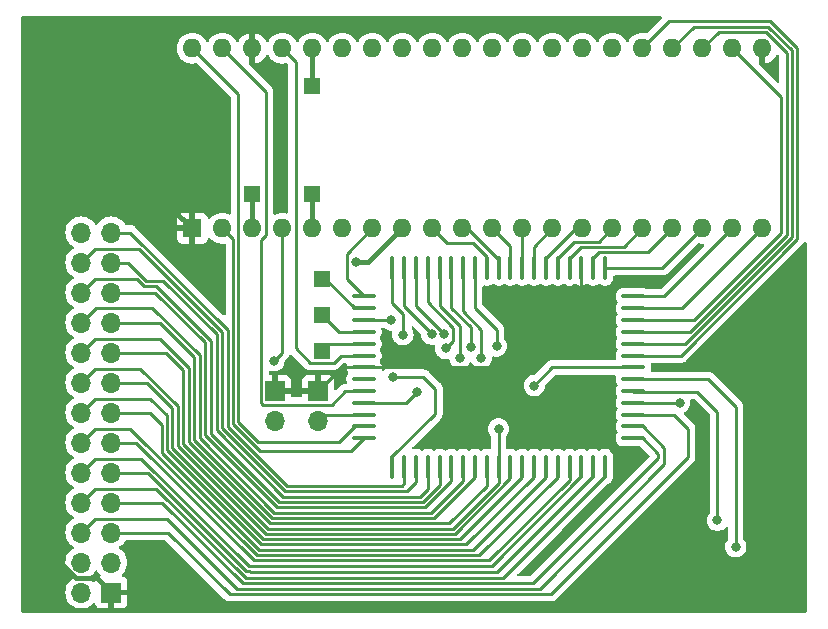
<source format=gbr>
%TF.GenerationSoftware,KiCad,Pcbnew,7.0.10-7.0.10~ubuntu20.04.1*%
%TF.CreationDate,2024-01-23T10:27:16+01:00*%
%TF.ProjectId,6303X_FP64,36333033-585f-4465-9036-342e6b696361,rev?*%
%TF.SameCoordinates,Original*%
%TF.FileFunction,Copper,L1,Top*%
%TF.FilePolarity,Positive*%
%FSLAX46Y46*%
G04 Gerber Fmt 4.6, Leading zero omitted, Abs format (unit mm)*
G04 Created by KiCad (PCBNEW 7.0.10-7.0.10~ubuntu20.04.1) date 2024-01-23 10:27:16*
%MOMM*%
%LPD*%
G01*
G04 APERTURE LIST*
%TA.AperFunction,ComponentPad*%
%ADD10R,1.700000X1.700000*%
%TD*%
%TA.AperFunction,ComponentPad*%
%ADD11O,1.700000X1.700000*%
%TD*%
%TA.AperFunction,ComponentPad*%
%ADD12R,1.350000X1.350000*%
%TD*%
%TA.AperFunction,ComponentPad*%
%ADD13R,1.600000X1.600000*%
%TD*%
%TA.AperFunction,ComponentPad*%
%ADD14O,1.600000X1.600000*%
%TD*%
%TA.AperFunction,SMDPad,CuDef*%
%ADD15O,0.400000X2.000000*%
%TD*%
%TA.AperFunction,SMDPad,CuDef*%
%ADD16O,2.000000X0.400000*%
%TD*%
%TA.AperFunction,ViaPad*%
%ADD17C,0.800000*%
%TD*%
%TA.AperFunction,Conductor*%
%ADD18C,0.250000*%
%TD*%
%TA.AperFunction,Conductor*%
%ADD19C,0.400000*%
%TD*%
G04 APERTURE END LIST*
D10*
%TO.P,JP1,1,A*%
%TO.N,GND*%
X180746400Y-66492200D03*
D11*
%TO.P,JP1,2,B*%
%TO.N,/MP0*%
X180746400Y-69032200D03*
%TD*%
D12*
%TO.P,J4,1,Pin_1*%
%TO.N,Net-(J4-Pin_1)*%
X183896000Y-40640000D03*
%TD*%
D13*
%TO.P,U3,1,VSS*%
%TO.N,GND*%
X173736000Y-52730400D03*
D14*
%TO.P,U3,2,~{HALT}*%
%TO.N,/~{HALT}*%
X176276000Y-52730400D03*
%TO.P,U3,3,MR*%
%TO.N,Net-(J3-Pin_1)*%
X178816000Y-52730400D03*
%TO.P,U3,4,~{IRQ}*%
%TO.N,/~{IRQ1}*%
X181356000Y-52730400D03*
%TO.P,U3,5,VMA*%
%TO.N,Net-(J6-Pin_1)*%
X183896000Y-52730400D03*
%TO.P,U3,6,~{NMI}*%
%TO.N,/~{NMI}*%
X186436000Y-52730400D03*
%TO.P,U3,7,BA*%
%TO.N,/BA*%
X188976000Y-52730400D03*
%TO.P,U3,8,VCC*%
%TO.N,+5V*%
X191516000Y-52730400D03*
%TO.P,U3,9,A0*%
%TO.N,/A0*%
X194056000Y-52730400D03*
%TO.P,U3,10,A1*%
%TO.N,/A1*%
X196596000Y-52730400D03*
%TO.P,U3,11,A2*%
%TO.N,/A2*%
X199136000Y-52730400D03*
%TO.P,U3,12,A3*%
%TO.N,/A3*%
X201676000Y-52730400D03*
%TO.P,U3,13,A4*%
%TO.N,/A4*%
X204216000Y-52730400D03*
%TO.P,U3,14,A5*%
%TO.N,/A5*%
X206756000Y-52730400D03*
%TO.P,U3,15,A6*%
%TO.N,/A6*%
X209296000Y-52730400D03*
%TO.P,U3,16,A7*%
%TO.N,/A7*%
X211836000Y-52730400D03*
%TO.P,U3,17,A8*%
%TO.N,/A8*%
X214376000Y-52730400D03*
%TO.P,U3,18,A9*%
%TO.N,/A9*%
X216916000Y-52730400D03*
%TO.P,U3,19,A10*%
%TO.N,/A10*%
X219456000Y-52730400D03*
%TO.P,U3,20,A11*%
%TO.N,/A11*%
X221996000Y-52730400D03*
%TO.P,U3,21,VSS*%
%TO.N,GND*%
X221996000Y-37490400D03*
%TO.P,U3,22,A12*%
%TO.N,/A12*%
X219456000Y-37490400D03*
%TO.P,U3,23,A13*%
%TO.N,/A13*%
X216916000Y-37490400D03*
%TO.P,U3,24,A14*%
%TO.N,/A14*%
X214376000Y-37490400D03*
%TO.P,U3,25,A15*%
%TO.N,/A15*%
X211836000Y-37490400D03*
%TO.P,U3,26,D7*%
%TO.N,/D7*%
X209296000Y-37490400D03*
%TO.P,U3,27,D6*%
%TO.N,/D6*%
X206756000Y-37490400D03*
%TO.P,U3,28,D5*%
%TO.N,/D5*%
X204216000Y-37490400D03*
%TO.P,U3,29,D4*%
%TO.N,/D4*%
X201676000Y-37490400D03*
%TO.P,U3,30,D3*%
%TO.N,/D3*%
X199136000Y-37490400D03*
%TO.P,U3,31,D2*%
%TO.N,/D2*%
X196596000Y-37490400D03*
%TO.P,U3,32,D1*%
%TO.N,/D1*%
X194056000Y-37490400D03*
%TO.P,U3,33,D0*%
%TO.N,/D0*%
X191516000Y-37490400D03*
%TO.P,U3,34,R/~{W}*%
%TO.N,/R{slash}~{W}*%
X188976000Y-37490400D03*
%TO.P,U3,35,VCC_STANDBY*%
%TO.N,+5C*%
X186436000Y-37490400D03*
%TO.P,U3,36,RE*%
%TO.N,Net-(J4-Pin_1)*%
X183896000Y-37490400D03*
%TO.P,U3,37,E*%
%TO.N,/PHI2*%
X181356000Y-37490400D03*
%TO.P,U3,38,XTAL*%
%TO.N,GND*%
X178816000Y-37490400D03*
%TO.P,U3,39,EXTAL*%
%TO.N,/CPUCLK*%
X176276000Y-37490400D03*
%TO.P,U3,40,~{RESET}*%
%TO.N,/~{RST}*%
X173736000Y-37490400D03*
%TD*%
D10*
%TO.P,J1,1,Pin_1*%
%TO.N,GND*%
X166878000Y-83566000D03*
D11*
%TO.P,J1,2,Pin_2*%
%TO.N,/P67*%
X164338000Y-83566000D03*
%TO.P,J1,3,Pin_3*%
%TO.N,/P66*%
X166878000Y-81026000D03*
%TO.P,J1,4,Pin_4*%
%TO.N,/P65*%
X164338000Y-81026000D03*
%TO.P,J1,5,Pin_5*%
%TO.N,/P64*%
X166878000Y-78486000D03*
%TO.P,J1,6,Pin_6*%
%TO.N,/P63*%
X164338000Y-78486000D03*
%TO.P,J1,7,Pin_7*%
%TO.N,/P62*%
X166878000Y-75946000D03*
%TO.P,J1,8,Pin_8*%
%TO.N,/P61*%
X164338000Y-75946000D03*
%TO.P,J1,9,Pin_9*%
%TO.N,/P60*%
X166878000Y-73406000D03*
%TO.P,J1,10,Pin_10*%
%TO.N,/P57*%
X164338000Y-73406000D03*
%TO.P,J1,11,Pin_11*%
%TO.N,/P56*%
X166878000Y-70866000D03*
%TO.P,J1,12,Pin_12*%
%TO.N,/P55*%
X164338000Y-70866000D03*
%TO.P,J1,13,Pin_13*%
%TO.N,/P54*%
X166878000Y-68326000D03*
%TO.P,J1,14,Pin_14*%
%TO.N,/P53*%
X164338000Y-68326000D03*
%TO.P,J1,15,Pin_15*%
%TO.N,/P52*%
X166878000Y-65786000D03*
%TO.P,J1,16,Pin_16*%
%TO.N,/P51*%
X164338000Y-65786000D03*
%TO.P,J1,17,Pin_17*%
%TO.N,/~{IRQ1}*%
X166878000Y-63246000D03*
%TO.P,J1,18,Pin_18*%
%TO.N,/P27*%
X164338000Y-63246000D03*
%TO.P,J1,19,Pin_19*%
%TO.N,/P26*%
X166878000Y-60706000D03*
%TO.P,J1,20,Pin_20*%
%TO.N,/P25*%
X164338000Y-60706000D03*
%TO.P,J1,21,Pin_21*%
%TO.N,/P24*%
X166878000Y-58166000D03*
%TO.P,J1,22,Pin_22*%
%TO.N,/P23*%
X164338000Y-58166000D03*
%TO.P,J1,23,Pin_23*%
%TO.N,/P22*%
X166878000Y-55626000D03*
%TO.P,J1,24,Pin_24*%
%TO.N,/P21*%
X164338000Y-55626000D03*
%TO.P,J1,25,Pin_25*%
%TO.N,/P20*%
X166878000Y-53086000D03*
%TO.P,J1,26,Pin_26*%
%TO.N,+5V*%
X164338000Y-53086000D03*
%TD*%
D10*
%TO.P,JP2,1,A*%
%TO.N,GND*%
X184404000Y-66492200D03*
D11*
%TO.P,JP2,2,B*%
%TO.N,/MP1*%
X184404000Y-69032200D03*
%TD*%
D12*
%TO.P,J7,1,Pin_1*%
%TO.N,/~{LIR}*%
X184708800Y-56997600D03*
%TD*%
%TO.P,J6,1,Pin_1*%
%TO.N,Net-(J6-Pin_1)*%
X183896000Y-49784000D03*
%TD*%
D15*
%TO.P,U1,1,~{NMI}*%
%TO.N,/~{NMI}*%
X190674000Y-72900000D03*
%TO.P,U1,2,P20/Tin*%
%TO.N,/P20*%
X191674000Y-72900000D03*
%TO.P,U1,3,P21/Tout1*%
%TO.N,/P21*%
X192674000Y-72900000D03*
%TO.P,U1,4,P22/SCLK*%
%TO.N,/P22*%
X193674000Y-72900000D03*
%TO.P,U1,5,P23/RX*%
%TO.N,/P23*%
X194674000Y-72900000D03*
%TO.P,U1,6,P24/TX*%
%TO.N,/P24*%
X195674000Y-72900000D03*
%TO.P,U1,7,P25/Tout2*%
%TO.N,/P25*%
X196674000Y-72900000D03*
%TO.P,U1,8,P26/Tout3*%
%TO.N,/P26*%
X197674000Y-72900000D03*
%TO.P,U1,9,P27/Tclk*%
%TO.N,/P27*%
X198674000Y-72900000D03*
%TO.P,U1,10,P50/~{IRQ1}*%
%TO.N,/~{IRQ1}*%
X199674000Y-72900000D03*
%TO.P,U1,11,P51/~{IRQ2}*%
%TO.N,/P51*%
X200674000Y-72900000D03*
%TO.P,U1,12,P52/MR*%
%TO.N,/P52*%
X201674000Y-72900000D03*
%TO.P,U1,13,P53/~{HALT}*%
%TO.N,/P53*%
X202674000Y-72900000D03*
%TO.P,U1,14,P54*%
%TO.N,/P54*%
X203674000Y-72900000D03*
%TO.P,U1,15,P55*%
%TO.N,/P55*%
X204674000Y-72900000D03*
%TO.P,U1,16,P56*%
%TO.N,/P56*%
X205674000Y-72900000D03*
%TO.P,U1,17,P57*%
%TO.N,/P57*%
X206674000Y-72900000D03*
%TO.P,U1,18,P60*%
%TO.N,/P60*%
X207674000Y-72900000D03*
%TO.P,U1,19,P61*%
%TO.N,/P61*%
X208674000Y-72900000D03*
D16*
%TO.P,U1,20,P62*%
%TO.N,/P62*%
X211074000Y-70500000D03*
%TO.P,U1,21,P63*%
%TO.N,/P63*%
X211074000Y-69500000D03*
%TO.P,U1,22,P64*%
%TO.N,/P64*%
X211074000Y-68500000D03*
%TO.P,U1,23,P65*%
%TO.N,/P65*%
X211074000Y-67500000D03*
%TO.P,U1,24,P66*%
%TO.N,/P66*%
X211074000Y-66500000D03*
%TO.P,U1,25,P67*%
%TO.N,/P67*%
X211074000Y-65500000D03*
%TO.P,U1,26,Vcc*%
%TO.N,+5V*%
X211074000Y-64500000D03*
%TO.P,U1,27,A15*%
%TO.N,/A15*%
X211074000Y-63500000D03*
%TO.P,U1,28,A14*%
%TO.N,/A14*%
X211074000Y-62500000D03*
%TO.P,U1,29,A13*%
%TO.N,/A13*%
X211074000Y-61500000D03*
%TO.P,U1,30,A12*%
%TO.N,/A12*%
X211074000Y-60500000D03*
%TO.P,U1,31,A11*%
%TO.N,/A11*%
X211074000Y-59500000D03*
%TO.P,U1,32,A10*%
%TO.N,/A10*%
X211074000Y-58500000D03*
D15*
%TO.P,U1,33,A9*%
%TO.N,/A9*%
X208674000Y-56100000D03*
%TO.P,U1,34,A8*%
%TO.N,/A8*%
X207674000Y-56100000D03*
%TO.P,U1,35,GND*%
%TO.N,GND*%
X206674000Y-56100000D03*
%TO.P,U1,36,A7*%
%TO.N,/A7*%
X205674000Y-56100000D03*
%TO.P,U1,37,A6*%
%TO.N,/A6*%
X204674000Y-56100000D03*
%TO.P,U1,38,A5*%
%TO.N,/A5*%
X203674000Y-56100000D03*
%TO.P,U1,39,A4*%
%TO.N,/A4*%
X202674000Y-56100000D03*
%TO.P,U1,40,A3*%
%TO.N,/A3*%
X201674000Y-56100000D03*
%TO.P,U1,41,A2*%
%TO.N,/A2*%
X200674000Y-56100000D03*
%TO.P,U1,42,A1*%
%TO.N,/A1*%
X199674000Y-56100000D03*
%TO.P,U1,43,A0*%
%TO.N,/A0*%
X198674000Y-56100000D03*
%TO.P,U1,44,D7*%
%TO.N,/D7*%
X197674000Y-56100000D03*
%TO.P,U1,45,D6*%
%TO.N,/D6*%
X196674000Y-56100000D03*
%TO.P,U1,46,D5*%
%TO.N,/D5*%
X195674000Y-56100000D03*
%TO.P,U1,47,D4*%
%TO.N,/D4*%
X194674000Y-56100000D03*
%TO.P,U1,48,D3*%
%TO.N,/D3*%
X193674000Y-56100000D03*
%TO.P,U1,49,D2*%
%TO.N,/D2*%
X192674000Y-56100000D03*
%TO.P,U1,50,D1*%
%TO.N,/D1*%
X191674000Y-56100000D03*
%TO.P,U1,51,D0*%
%TO.N,/D0*%
X190674000Y-56100000D03*
D16*
%TO.P,U1,52,BA*%
%TO.N,/BA*%
X188274000Y-58500000D03*
%TO.P,U1,53,~{LIR}*%
%TO.N,/~{LIR}*%
X188274000Y-59500000D03*
%TO.P,U1,54,R/~{W}*%
%TO.N,/R{slash}~{W}*%
X188274000Y-60500000D03*
%TO.P,U1,55,~{WR}*%
%TO.N,/~{WR}*%
X188274000Y-61500000D03*
%TO.P,U1,56,~{RD}*%
%TO.N,/~{RD}*%
X188274000Y-62500000D03*
%TO.P,U1,57,E*%
%TO.N,/PHI2*%
X188274000Y-63500000D03*
%TO.P,U1,58,GND*%
%TO.N,GND*%
X188274000Y-64500000D03*
%TO.P,U1,59,XTAL*%
%TO.N,unconnected-(U1-XTAL-Pad59)*%
X188274000Y-65500000D03*
%TO.P,U1,60,EXTAL/CLK*%
%TO.N,/CPUCLK*%
X188274000Y-66500000D03*
%TO.P,U1,61,MP0*%
%TO.N,/MP0*%
X188274000Y-67500000D03*
%TO.P,U1,62,MP1*%
%TO.N,/MP1*%
X188274000Y-68500000D03*
%TO.P,U1,63,~{RST}*%
%TO.N,/~{RST}*%
X188274000Y-69500000D03*
%TO.P,U1,64,~{STBY}*%
%TO.N,/~{HALT}*%
X188274000Y-70500000D03*
%TD*%
D12*
%TO.P,J9,1,Pin_1*%
%TO.N,/~{WR}*%
X184708800Y-60045600D03*
%TD*%
%TO.P,J8,1,Pin_1*%
%TO.N,/~{RD}*%
X184708800Y-63093600D03*
%TD*%
%TO.P,J3,1,Pin_1*%
%TO.N,Net-(J3-Pin_1)*%
X178816000Y-49784000D03*
%TD*%
D17*
%TO.N,+5V*%
X202692000Y-66040000D03*
X187600000Y-55609478D03*
%TO.N,GND*%
X202692000Y-62915000D03*
%TO.N,/~{NMI}*%
X190700000Y-65300000D03*
%TO.N,/~{IRQ1}*%
X199674004Y-69722408D03*
X180657459Y-63947741D03*
%TO.N,/D7*%
X199500000Y-62700000D03*
%TO.N,/D6*%
X198200000Y-63700000D03*
%TO.N,/D5*%
X197300000Y-62800000D03*
%TO.N,/D4*%
X196400000Y-63700006D03*
%TO.N,/D3*%
X195200000Y-62900000D03*
%TO.N,/D2*%
X195075000Y-61671148D03*
%TO.N,/D1*%
X194025457Y-61702206D03*
%TO.N,/D0*%
X191560639Y-61723885D03*
%TO.N,/R{slash}~{W}*%
X190600000Y-60500000D03*
%TO.N,/MP0*%
X192760000Y-66548000D03*
%TO.N,/P65*%
X215000002Y-67499996D03*
%TO.N,/P66*%
X218200000Y-77450000D03*
%TO.N,/P67*%
X219750000Y-79700000D03*
%TD*%
D18*
%TO.N,+5V*%
X204232000Y-64500000D02*
X202692000Y-66040000D01*
D19*
X191516000Y-52730400D02*
X188636922Y-55609478D01*
D18*
X211074000Y-64500000D02*
X204232000Y-64500000D01*
D19*
X188636922Y-55609478D02*
X187600000Y-55609478D01*
D18*
%TO.N,GND*%
X186396200Y-64500000D02*
X185958200Y-64938000D01*
X188274000Y-64500000D02*
X201107000Y-64500000D01*
D19*
X163860233Y-82316000D02*
X165628000Y-82316000D01*
X165628000Y-82316000D02*
X166878000Y-83566000D01*
D18*
X180746400Y-66492200D02*
X184404000Y-66492200D01*
D19*
X163576000Y-51054000D02*
X162306000Y-52324000D01*
D18*
X206674000Y-56100000D02*
X206674000Y-58933000D01*
D19*
X162306000Y-52324000D02*
X162306000Y-80761767D01*
X162306000Y-80761767D02*
X163860233Y-82316000D01*
D18*
X201107000Y-64500000D02*
X202692000Y-62915000D01*
X185958200Y-64938000D02*
X184404000Y-66492200D01*
D19*
X172059600Y-51054000D02*
X163576000Y-51054000D01*
X173736000Y-52730400D02*
X172059600Y-51054000D01*
D18*
X206674000Y-58933000D02*
X202692000Y-62915000D01*
X188274000Y-64500000D02*
X186396200Y-64500000D01*
%TO.N,/P20*%
X176745584Y-61345584D02*
X176745584Y-69518376D01*
X181777208Y-74550000D02*
X191450000Y-74550000D01*
X191674000Y-74326000D02*
X191674000Y-72900000D01*
X176745584Y-69518376D02*
X181777208Y-74550000D01*
X168486000Y-53086000D02*
X176745584Y-61345584D01*
X166878000Y-53086000D02*
X168486000Y-53086000D01*
X191450000Y-74550000D02*
X191674000Y-74326000D01*
%TO.N,/P21*%
X165513000Y-54451000D02*
X164338000Y-55626000D01*
X176250000Y-69659188D02*
X176250000Y-61486396D01*
X165513000Y-54451000D02*
X167751000Y-54451000D01*
X181590812Y-75000000D02*
X176250000Y-69659188D01*
X191900000Y-75000000D02*
X181590812Y-75000000D01*
X192674000Y-74226000D02*
X191900000Y-75000000D01*
X176250000Y-61486396D02*
X169214604Y-54451000D01*
X169214604Y-54451000D02*
X165513000Y-54451000D01*
X192674000Y-72900000D02*
X192674000Y-74226000D01*
%TO.N,/P22*%
X193049406Y-75450000D02*
X193674000Y-74825406D01*
X181404416Y-75450000D02*
X193049406Y-75450000D01*
X168289604Y-55626000D02*
X169813604Y-57150000D01*
X169813604Y-57150000D02*
X171277208Y-57150000D01*
X166878000Y-55626000D02*
X168289604Y-55626000D01*
X171277208Y-57150000D02*
X175800000Y-61672792D01*
X175800000Y-61672792D02*
X175800000Y-69845584D01*
X175800000Y-69845584D02*
X181404416Y-75450000D01*
X193674000Y-74825406D02*
X193674000Y-72900000D01*
%TO.N,/~{NMI}*%
X193300000Y-65300000D02*
X190700000Y-65300000D01*
X190674000Y-72900000D02*
X190674000Y-72050000D01*
X190674000Y-72050000D02*
X194300000Y-68424000D01*
X194300000Y-68424000D02*
X194300000Y-66300000D01*
X194300000Y-66300000D02*
X193300000Y-65300000D01*
%TO.N,/~{IRQ1}*%
X171509604Y-63246000D02*
X172950000Y-64686396D01*
X195786396Y-78150000D02*
X199674004Y-74262392D01*
X172950000Y-70968020D02*
X180131980Y-78150000D01*
X180131980Y-78150000D02*
X195786396Y-78150000D01*
X181356000Y-52730400D02*
X181356000Y-63249200D01*
X199674004Y-74262392D02*
X199674004Y-69722408D01*
X181356000Y-63249200D02*
X180657459Y-63947741D01*
X172950000Y-64686396D02*
X172950000Y-70968020D01*
X166878000Y-63246000D02*
X171509604Y-63246000D01*
%TO.N,/~{RST}*%
X187474000Y-69500000D02*
X188274000Y-69500000D01*
X173736000Y-37490400D02*
X177645584Y-41399984D01*
X179315200Y-70815200D02*
X186158800Y-70815200D01*
X186158800Y-70815200D02*
X187474000Y-69500000D01*
X177645584Y-69145584D02*
X179315200Y-70815200D01*
X177645584Y-41399984D02*
X177645584Y-69145584D01*
%TO.N,/P23*%
X169018208Y-56991000D02*
X169627208Y-57600000D01*
X169627208Y-57600000D02*
X170663604Y-57600000D01*
X170663604Y-57600000D02*
X175350000Y-62286396D01*
X194674000Y-74461802D02*
X194674000Y-72900000D01*
X175350000Y-70186040D02*
X181063960Y-75900000D01*
X193235802Y-75900000D02*
X194674000Y-74461802D01*
X175350000Y-62286396D02*
X175350000Y-70186040D01*
X165513000Y-56991000D02*
X169018208Y-56991000D01*
X181063960Y-75900000D02*
X193235802Y-75900000D01*
X164338000Y-58166000D02*
X165513000Y-56991000D01*
%TO.N,/P24*%
X180877564Y-76350000D02*
X174800000Y-70272436D01*
X193422198Y-76350000D02*
X180877564Y-76350000D01*
X195674000Y-74098198D02*
X193422198Y-76350000D01*
X174800000Y-62372792D02*
X170593208Y-58166000D01*
X195674000Y-72900000D02*
X195674000Y-74098198D01*
X174800000Y-70272436D02*
X174800000Y-62372792D01*
X170593208Y-58166000D02*
X166878000Y-58166000D01*
%TO.N,/A15*%
X222672792Y-35200000D02*
X214126400Y-35200000D01*
X214126400Y-35200000D02*
X211836000Y-37490400D01*
X224950000Y-53659188D02*
X224950000Y-37477208D01*
X224950000Y-37477208D02*
X222672792Y-35200000D01*
X215109188Y-63500000D02*
X224950000Y-53659188D01*
X211074000Y-63500000D02*
X215109188Y-63500000D01*
%TO.N,/A14*%
X222486396Y-35650000D02*
X216216400Y-35650000D01*
X216216400Y-35650000D02*
X214376000Y-37490400D01*
X224500000Y-53472792D02*
X224500000Y-37663604D01*
X215472792Y-62500000D02*
X224500000Y-53472792D01*
X224500000Y-37663604D02*
X222486396Y-35650000D01*
X211074000Y-62500000D02*
X215472792Y-62500000D01*
%TO.N,/A13*%
X215836396Y-61500000D02*
X224050000Y-53286396D01*
X218306400Y-36100000D02*
X216916000Y-37490400D01*
X211074000Y-61500000D02*
X215836396Y-61500000D01*
X224050000Y-37850000D02*
X222300000Y-36100000D01*
X224050000Y-53286396D02*
X224050000Y-37850000D01*
X222300000Y-36100000D02*
X218306400Y-36100000D01*
%TO.N,/A12*%
X211074000Y-60500000D02*
X216200000Y-60500000D01*
X223600000Y-41634400D02*
X219456000Y-37490400D01*
X216200000Y-60500000D02*
X223600000Y-53100000D01*
X223600000Y-53100000D02*
X223600000Y-41634400D01*
%TO.N,/A11*%
X211074000Y-59500000D02*
X215226400Y-59500000D01*
X215226400Y-59500000D02*
X221996000Y-52730400D01*
%TO.N,/A10*%
X213686400Y-58500000D02*
X219456000Y-52730400D01*
X211074000Y-58500000D02*
X213686400Y-58500000D01*
%TO.N,/A9*%
X213546400Y-56100000D02*
X216916000Y-52730400D01*
X208674000Y-56100000D02*
X213546400Y-56100000D01*
%TO.N,/A8*%
X207674000Y-55250000D02*
X208149000Y-54775000D01*
X208149000Y-54775000D02*
X212331400Y-54775000D01*
X207674000Y-56100000D02*
X207674000Y-55250000D01*
X212331400Y-54775000D02*
X214376000Y-52730400D01*
%TO.N,/D7*%
X197674000Y-59474000D02*
X199500000Y-61300000D01*
X199500000Y-61300000D02*
X199500000Y-62700000D01*
X197674000Y-56100000D02*
X197674000Y-59474000D01*
%TO.N,/D6*%
X196674000Y-56100000D02*
X196674000Y-59774000D01*
X196674000Y-59774000D02*
X198200000Y-61300000D01*
X198200000Y-61300000D02*
X198200000Y-63700000D01*
%TO.N,/D5*%
X197300000Y-61100000D02*
X197300000Y-62800000D01*
X195674000Y-59474000D02*
X197300000Y-61100000D01*
X195674000Y-56100000D02*
X195674000Y-59474000D01*
%TO.N,/D4*%
X196400000Y-61000000D02*
X196400000Y-63700006D01*
X194674000Y-59274000D02*
X196400000Y-61000000D01*
X194674000Y-56100000D02*
X194674000Y-59274000D01*
%TO.N,/D3*%
X195850000Y-61150000D02*
X195850000Y-62250000D01*
X195850000Y-62250000D02*
X195200000Y-62900000D01*
X193674000Y-58974000D02*
X195850000Y-61150000D01*
X193674000Y-56100000D02*
X193674000Y-58974000D01*
%TO.N,/D2*%
X192674000Y-56100000D02*
X192674000Y-59270148D01*
X192674000Y-59270148D02*
X195075000Y-61671148D01*
%TO.N,/D1*%
X191674000Y-59350749D02*
X194025457Y-61702206D01*
X191674000Y-56100000D02*
X191674000Y-59350749D01*
%TO.N,/D0*%
X191560639Y-59964623D02*
X191560639Y-61723885D01*
X190674000Y-56100000D02*
X190674000Y-59077984D01*
X190674000Y-59077984D02*
X191560639Y-59964623D01*
%TO.N,/R{slash}~{W}*%
X188274000Y-60500000D02*
X190600000Y-60500000D01*
D19*
%TO.N,Net-(J6-Pin_1)*%
X183896000Y-49784000D02*
X183896000Y-52730400D01*
D18*
%TO.N,/A0*%
X198674000Y-55137604D02*
X198674000Y-56078000D01*
X194056000Y-52730400D02*
X195275600Y-53950000D01*
X195275600Y-53950000D02*
X197486396Y-53950000D01*
X197486396Y-53950000D02*
X198674000Y-55137604D01*
%TO.N,/A1*%
X196596000Y-52730400D02*
X197026400Y-52730400D01*
X199674000Y-55378000D02*
X199674000Y-56278000D01*
X197026400Y-52730400D02*
X199674000Y-55378000D01*
%TO.N,/A2*%
X199136000Y-52730400D02*
X200674000Y-54268400D01*
X200674000Y-54268400D02*
X200674000Y-56298000D01*
%TO.N,/A3*%
X201676000Y-56098000D02*
X201674000Y-56100000D01*
X201676000Y-52730400D02*
X201676000Y-56098000D01*
%TO.N,/A4*%
X202674000Y-54272400D02*
X204216000Y-52730400D01*
X202674000Y-56100000D02*
X202674000Y-54272400D01*
%TO.N,/A5*%
X203674000Y-56100000D02*
X203674000Y-55250000D01*
X203674000Y-55250000D02*
X206193600Y-52730400D01*
X206193600Y-52730400D02*
X206756000Y-52730400D01*
%TO.N,/A6*%
X206068600Y-53855400D02*
X208171000Y-53855400D01*
X208171000Y-53855400D02*
X209296000Y-52730400D01*
X204674000Y-56100000D02*
X204674000Y-55250000D01*
X204674000Y-55250000D02*
X206068600Y-53855400D01*
%TO.N,/A7*%
X210261000Y-54305400D02*
X211836000Y-52730400D01*
X205674000Y-56100000D02*
X205674000Y-55250000D01*
X206618600Y-54305400D02*
X210261000Y-54305400D01*
X205674000Y-55250000D02*
X206618600Y-54305400D01*
%TO.N,/PHI2*%
X186302400Y-63500000D02*
X185708800Y-64093600D01*
X182481000Y-62881000D02*
X182481000Y-38615400D01*
X183693600Y-64093600D02*
X182481000Y-62881000D01*
X182481000Y-38615400D02*
X181356000Y-37490400D01*
X188274000Y-63500000D02*
X186302400Y-63500000D01*
X185708800Y-64093600D02*
X183693600Y-64093600D01*
%TO.N,/CPUCLK*%
X179984400Y-41198800D02*
X176276000Y-37490400D01*
X186706600Y-66538000D02*
X185577400Y-67667200D01*
X185577400Y-67667200D02*
X179732000Y-67667200D01*
X179571400Y-53702200D02*
X179984400Y-53289200D01*
X187434000Y-66538000D02*
X186706600Y-66538000D01*
X179571400Y-67506600D02*
X179571400Y-53702200D01*
X179732000Y-67667200D02*
X179571400Y-67506600D01*
X179984400Y-53289200D02*
X179984400Y-41198800D01*
%TO.N,/MP0*%
X188274000Y-67500000D02*
X191808000Y-67500000D01*
X191808000Y-67500000D02*
X192760000Y-66548000D01*
%TO.N,/MP1*%
X184936200Y-68500000D02*
X184404000Y-69032200D01*
X188274000Y-68500000D02*
X184936200Y-68500000D01*
D19*
%TO.N,Net-(J3-Pin_1)*%
X178816000Y-49784000D02*
X178816000Y-52730400D01*
%TO.N,Net-(J4-Pin_1)*%
X183896000Y-37490400D02*
X183896000Y-40640000D01*
D18*
%TO.N,/~{HALT}*%
X177195584Y-53649984D02*
X176276000Y-52730400D01*
X179440804Y-71577200D02*
X177195584Y-69331980D01*
X187196800Y-71577200D02*
X179440804Y-71577200D01*
X188274000Y-70500000D02*
X187196800Y-71577200D01*
X177195584Y-69331980D02*
X177195584Y-53649984D01*
%TO.N,/BA*%
X186825000Y-54881400D02*
X186825000Y-57051000D01*
X188976000Y-52730400D02*
X186825000Y-54881400D01*
X186825000Y-57051000D02*
X188274000Y-58500000D01*
%TO.N,/P25*%
X164338000Y-60706000D02*
X165608000Y-59436000D01*
X174350000Y-70458832D02*
X180691168Y-76800000D01*
X170336000Y-59436000D02*
X174350000Y-63450000D01*
X193964000Y-76800000D02*
X196674000Y-74090000D01*
X196674000Y-74090000D02*
X196674000Y-72900000D01*
X165608000Y-59436000D02*
X170336000Y-59436000D01*
X174350000Y-63450000D02*
X174350000Y-70458832D01*
X180691168Y-76800000D02*
X193964000Y-76800000D01*
%TO.N,/P26*%
X194213604Y-77250000D02*
X180504772Y-77250000D01*
X173900000Y-63636396D02*
X170969604Y-60706000D01*
X180504772Y-77250000D02*
X173900000Y-70645228D01*
X170969604Y-60706000D02*
X166878000Y-60706000D01*
X197674000Y-72900000D02*
X197674000Y-73789604D01*
X173900000Y-70645228D02*
X173900000Y-63636396D01*
X197674000Y-73789604D02*
X194213604Y-77250000D01*
%TO.N,/P27*%
X198674000Y-72900000D02*
X198674000Y-74526000D01*
X173450000Y-64550000D02*
X170971000Y-62071000D01*
X165513000Y-62071000D02*
X164338000Y-63246000D01*
X173450000Y-70831624D02*
X173450000Y-64550000D01*
X170971000Y-62071000D02*
X165513000Y-62071000D01*
X198674000Y-74526000D02*
X195500000Y-77700000D01*
X195500000Y-77700000D02*
X180318376Y-77700000D01*
X180318376Y-77700000D02*
X173450000Y-70831624D01*
%TO.N,/P51*%
X169347396Y-64611000D02*
X165513000Y-64611000D01*
X172500000Y-67763604D02*
X169347396Y-64611000D01*
X200674000Y-73898792D02*
X195972792Y-78600000D01*
X179945584Y-78600000D02*
X172500000Y-71154416D01*
X165513000Y-64611000D02*
X164338000Y-65786000D01*
X195972792Y-78600000D02*
X179945584Y-78600000D01*
X200674000Y-72900000D02*
X200674000Y-73898792D01*
X172500000Y-71154416D02*
X172500000Y-67763604D01*
%TO.N,/P52*%
X179759188Y-79050000D02*
X196374000Y-79050000D01*
X166878000Y-65786000D02*
X169886000Y-65786000D01*
X201674000Y-73750000D02*
X201674000Y-72900000D01*
X169886000Y-65786000D02*
X172050000Y-67950000D01*
X172050000Y-71340812D02*
X179759188Y-79050000D01*
X196374000Y-79050000D02*
X201674000Y-73750000D01*
X172050000Y-67950000D02*
X172050000Y-71340812D01*
%TO.N,/P53*%
X170182802Y-67151000D02*
X171600000Y-68568198D01*
X165513000Y-67151000D02*
X170182802Y-67151000D01*
X179572792Y-79500000D02*
X196924000Y-79500000D01*
X202674000Y-73750000D02*
X202674000Y-72900000D01*
X171600000Y-71527208D02*
X179572792Y-79500000D01*
X164338000Y-68326000D02*
X165513000Y-67151000D01*
X196924000Y-79500000D02*
X202674000Y-73750000D01*
X171600000Y-68568198D02*
X171600000Y-71527208D01*
%TO.N,/P54*%
X171150000Y-71713604D02*
X171150000Y-69350000D01*
X170126000Y-68326000D02*
X166878000Y-68326000D01*
X197474000Y-79950000D02*
X179386396Y-79950000D01*
X203674000Y-72900000D02*
X203674000Y-73750000D01*
X203674000Y-73750000D02*
X197474000Y-79950000D01*
X171150000Y-69350000D02*
X170126000Y-68326000D01*
X179386396Y-79950000D02*
X171150000Y-71713604D01*
%TO.N,/P55*%
X168491000Y-69691000D02*
X179200000Y-80400000D01*
X164338000Y-70866000D02*
X165513000Y-69691000D01*
X204674000Y-73750000D02*
X204674000Y-72900000D01*
X179200000Y-80400000D02*
X198024000Y-80400000D01*
X198024000Y-80400000D02*
X204674000Y-73750000D01*
X165513000Y-69691000D02*
X168491000Y-69691000D01*
%TO.N,/P56*%
X168975188Y-70866000D02*
X166878000Y-70866000D01*
X205674000Y-72900000D02*
X205674000Y-74063604D01*
X178959188Y-80850000D02*
X168975188Y-70866000D01*
X198887604Y-80850000D02*
X178959188Y-80850000D01*
X205674000Y-74063604D02*
X198887604Y-80850000D01*
%TO.N,/P57*%
X206674000Y-73700000D02*
X206674000Y-72900000D01*
X199074000Y-81300000D02*
X206674000Y-73700000D01*
X169431000Y-72231000D02*
X178500000Y-81300000D01*
X165513000Y-72231000D02*
X169431000Y-72231000D01*
X164338000Y-73406000D02*
X165513000Y-72231000D01*
X178500000Y-81300000D02*
X199074000Y-81300000D01*
%TO.N,/P60*%
X178636396Y-81800000D02*
X178586396Y-81750000D01*
X207674000Y-72900000D02*
X207674000Y-73700000D01*
X199574000Y-81800000D02*
X178636396Y-81800000D01*
X207674000Y-73700000D02*
X199574000Y-81800000D01*
X178313604Y-81750000D02*
X169969604Y-73406000D01*
X169969604Y-73406000D02*
X166878000Y-73406000D01*
X178586396Y-81750000D02*
X178313604Y-81750000D01*
%TO.N,/P61*%
X208674000Y-73700000D02*
X208674000Y-72900000D01*
X178277208Y-82350000D02*
X200024000Y-82350000D01*
X170698208Y-74771000D02*
X178277208Y-82350000D01*
X200024000Y-82350000D02*
X208674000Y-73700000D01*
X165513000Y-74771000D02*
X170698208Y-74771000D01*
X164338000Y-75946000D02*
X165513000Y-74771000D01*
%TO.N,/P62*%
X171146000Y-75946000D02*
X178000000Y-82800000D01*
X213200000Y-72200000D02*
X213200000Y-71826000D01*
X213200000Y-71826000D02*
X211874000Y-70500000D01*
X166878000Y-75946000D02*
X171146000Y-75946000D01*
X178000000Y-82800000D02*
X202600000Y-82800000D01*
X211874000Y-70500000D02*
X211074000Y-70500000D01*
X202600000Y-82800000D02*
X213200000Y-72200000D01*
%TO.N,/P63*%
X213700000Y-72700000D02*
X203150000Y-83250000D01*
X203150000Y-83250000D02*
X177550000Y-83250000D01*
X177550000Y-83250000D02*
X171611000Y-77311000D01*
X213700000Y-71326000D02*
X213700000Y-72700000D01*
X211874000Y-69500000D02*
X213700000Y-71326000D01*
X171611000Y-77311000D02*
X165513000Y-77311000D01*
X211074000Y-69500000D02*
X211874000Y-69500000D01*
X165513000Y-77311000D02*
X164338000Y-78486000D01*
%TO.N,/P64*%
X204100000Y-83700000D02*
X215700000Y-72100000D01*
X171686000Y-78486000D02*
X176900000Y-83700000D01*
X176900000Y-83700000D02*
X204100000Y-83700000D01*
X214500000Y-68500000D02*
X211074000Y-68500000D01*
X215700000Y-72100000D02*
X215700000Y-69700000D01*
X215700000Y-69700000D02*
X214500000Y-68500000D01*
X166878000Y-78486000D02*
X171686000Y-78486000D01*
%TO.N,/P65*%
X214999998Y-67500000D02*
X215000002Y-67499996D01*
X211074000Y-67500000D02*
X214999998Y-67500000D01*
%TO.N,/P66*%
X218200000Y-68253984D02*
X218200000Y-77450000D01*
X211124000Y-66550000D02*
X216496016Y-66550000D01*
X211074000Y-66500000D02*
X211124000Y-66550000D01*
X216496016Y-66550000D02*
X218200000Y-68253984D01*
%TO.N,/P67*%
X219750000Y-67850000D02*
X219750000Y-79700000D01*
X217400000Y-65500000D02*
X211074000Y-65500000D01*
X217400000Y-65500000D02*
X219750000Y-67850000D01*
%TO.N,/~{LIR}*%
X188274000Y-59500000D02*
X187474000Y-59500000D01*
X187474000Y-59500000D02*
X184971600Y-56997600D01*
X184971600Y-56997600D02*
X184708800Y-56997600D01*
%TO.N,/~{WR}*%
X186163200Y-61500000D02*
X184708800Y-60045600D01*
X188274000Y-61500000D02*
X186163200Y-61500000D01*
%TO.N,/~{RD}*%
X188274000Y-62500000D02*
X185302400Y-62500000D01*
X185302400Y-62500000D02*
X184708800Y-63093600D01*
%TD*%
%TA.AperFunction,Conductor*%
%TO.N,GND*%
G36*
X213458986Y-34770185D02*
G01*
X213504741Y-34822989D01*
X213514685Y-34892147D01*
X213485660Y-34955703D01*
X213479628Y-34962181D01*
X212250821Y-36190986D01*
X212189498Y-36224471D01*
X212131048Y-36223080D01*
X212062697Y-36204766D01*
X212062693Y-36204765D01*
X212062692Y-36204765D01*
X211905209Y-36190987D01*
X211836001Y-36184932D01*
X211835998Y-36184932D01*
X211609313Y-36204764D01*
X211609302Y-36204766D01*
X211389511Y-36263658D01*
X211389502Y-36263661D01*
X211183267Y-36359831D01*
X211183265Y-36359832D01*
X210996858Y-36490354D01*
X210835954Y-36651258D01*
X210705432Y-36837665D01*
X210705431Y-36837667D01*
X210678382Y-36895675D01*
X210632209Y-36948114D01*
X210565016Y-36967266D01*
X210498135Y-36947050D01*
X210453618Y-36895675D01*
X210426686Y-36837920D01*
X210426568Y-36837666D01*
X210296047Y-36651261D01*
X210296045Y-36651258D01*
X210135141Y-36490354D01*
X209948734Y-36359832D01*
X209948732Y-36359831D01*
X209742497Y-36263661D01*
X209742488Y-36263658D01*
X209522697Y-36204766D01*
X209522693Y-36204765D01*
X209522692Y-36204765D01*
X209522691Y-36204764D01*
X209522686Y-36204764D01*
X209296002Y-36184932D01*
X209295998Y-36184932D01*
X209069313Y-36204764D01*
X209069302Y-36204766D01*
X208849511Y-36263658D01*
X208849502Y-36263661D01*
X208643267Y-36359831D01*
X208643265Y-36359832D01*
X208456858Y-36490354D01*
X208295954Y-36651258D01*
X208165432Y-36837665D01*
X208165431Y-36837667D01*
X208138382Y-36895675D01*
X208092209Y-36948114D01*
X208025016Y-36967266D01*
X207958135Y-36947050D01*
X207913618Y-36895675D01*
X207886686Y-36837920D01*
X207886568Y-36837666D01*
X207756047Y-36651261D01*
X207756045Y-36651258D01*
X207595141Y-36490354D01*
X207408734Y-36359832D01*
X207408732Y-36359831D01*
X207202497Y-36263661D01*
X207202488Y-36263658D01*
X206982697Y-36204766D01*
X206982693Y-36204765D01*
X206982692Y-36204765D01*
X206982691Y-36204764D01*
X206982686Y-36204764D01*
X206756002Y-36184932D01*
X206755998Y-36184932D01*
X206529313Y-36204764D01*
X206529302Y-36204766D01*
X206309511Y-36263658D01*
X206309502Y-36263661D01*
X206103267Y-36359831D01*
X206103265Y-36359832D01*
X205916858Y-36490354D01*
X205755954Y-36651258D01*
X205625432Y-36837665D01*
X205625431Y-36837667D01*
X205598382Y-36895675D01*
X205552209Y-36948114D01*
X205485016Y-36967266D01*
X205418135Y-36947050D01*
X205373618Y-36895675D01*
X205346686Y-36837920D01*
X205346568Y-36837666D01*
X205216047Y-36651261D01*
X205216045Y-36651258D01*
X205055141Y-36490354D01*
X204868734Y-36359832D01*
X204868732Y-36359831D01*
X204662497Y-36263661D01*
X204662488Y-36263658D01*
X204442697Y-36204766D01*
X204442693Y-36204765D01*
X204442692Y-36204765D01*
X204442691Y-36204764D01*
X204442686Y-36204764D01*
X204216002Y-36184932D01*
X204215998Y-36184932D01*
X203989313Y-36204764D01*
X203989302Y-36204766D01*
X203769511Y-36263658D01*
X203769502Y-36263661D01*
X203563267Y-36359831D01*
X203563265Y-36359832D01*
X203376858Y-36490354D01*
X203215954Y-36651258D01*
X203085432Y-36837665D01*
X203085431Y-36837667D01*
X203058382Y-36895675D01*
X203012209Y-36948114D01*
X202945016Y-36967266D01*
X202878135Y-36947050D01*
X202833618Y-36895675D01*
X202806686Y-36837920D01*
X202806568Y-36837666D01*
X202676047Y-36651261D01*
X202676045Y-36651258D01*
X202515141Y-36490354D01*
X202328734Y-36359832D01*
X202328732Y-36359831D01*
X202122497Y-36263661D01*
X202122488Y-36263658D01*
X201902697Y-36204766D01*
X201902693Y-36204765D01*
X201902692Y-36204765D01*
X201902691Y-36204764D01*
X201902686Y-36204764D01*
X201676002Y-36184932D01*
X201675998Y-36184932D01*
X201449313Y-36204764D01*
X201449302Y-36204766D01*
X201229511Y-36263658D01*
X201229502Y-36263661D01*
X201023267Y-36359831D01*
X201023265Y-36359832D01*
X200836858Y-36490354D01*
X200675954Y-36651258D01*
X200545432Y-36837665D01*
X200545431Y-36837667D01*
X200518382Y-36895675D01*
X200472209Y-36948114D01*
X200405016Y-36967266D01*
X200338135Y-36947050D01*
X200293618Y-36895675D01*
X200266686Y-36837920D01*
X200266568Y-36837666D01*
X200136047Y-36651261D01*
X200136045Y-36651258D01*
X199975141Y-36490354D01*
X199788734Y-36359832D01*
X199788732Y-36359831D01*
X199582497Y-36263661D01*
X199582488Y-36263658D01*
X199362697Y-36204766D01*
X199362693Y-36204765D01*
X199362692Y-36204765D01*
X199362691Y-36204764D01*
X199362686Y-36204764D01*
X199136002Y-36184932D01*
X199135998Y-36184932D01*
X198909313Y-36204764D01*
X198909302Y-36204766D01*
X198689511Y-36263658D01*
X198689502Y-36263661D01*
X198483267Y-36359831D01*
X198483265Y-36359832D01*
X198296858Y-36490354D01*
X198135954Y-36651258D01*
X198005432Y-36837665D01*
X198005431Y-36837667D01*
X197978382Y-36895675D01*
X197932209Y-36948114D01*
X197865016Y-36967266D01*
X197798135Y-36947050D01*
X197753618Y-36895675D01*
X197726686Y-36837920D01*
X197726568Y-36837666D01*
X197596047Y-36651261D01*
X197596045Y-36651258D01*
X197435141Y-36490354D01*
X197248734Y-36359832D01*
X197248732Y-36359831D01*
X197042497Y-36263661D01*
X197042488Y-36263658D01*
X196822697Y-36204766D01*
X196822693Y-36204765D01*
X196822692Y-36204765D01*
X196822691Y-36204764D01*
X196822686Y-36204764D01*
X196596002Y-36184932D01*
X196595998Y-36184932D01*
X196369313Y-36204764D01*
X196369302Y-36204766D01*
X196149511Y-36263658D01*
X196149502Y-36263661D01*
X195943267Y-36359831D01*
X195943265Y-36359832D01*
X195756858Y-36490354D01*
X195595954Y-36651258D01*
X195465432Y-36837665D01*
X195465431Y-36837667D01*
X195438382Y-36895675D01*
X195392209Y-36948114D01*
X195325016Y-36967266D01*
X195258135Y-36947050D01*
X195213618Y-36895675D01*
X195186686Y-36837920D01*
X195186568Y-36837666D01*
X195056047Y-36651261D01*
X195056045Y-36651258D01*
X194895141Y-36490354D01*
X194708734Y-36359832D01*
X194708732Y-36359831D01*
X194502497Y-36263661D01*
X194502488Y-36263658D01*
X194282697Y-36204766D01*
X194282693Y-36204765D01*
X194282692Y-36204765D01*
X194282691Y-36204764D01*
X194282686Y-36204764D01*
X194056002Y-36184932D01*
X194055998Y-36184932D01*
X193829313Y-36204764D01*
X193829302Y-36204766D01*
X193609511Y-36263658D01*
X193609502Y-36263661D01*
X193403267Y-36359831D01*
X193403265Y-36359832D01*
X193216858Y-36490354D01*
X193055954Y-36651258D01*
X192925432Y-36837665D01*
X192925431Y-36837667D01*
X192898382Y-36895675D01*
X192852209Y-36948114D01*
X192785016Y-36967266D01*
X192718135Y-36947050D01*
X192673618Y-36895675D01*
X192646686Y-36837920D01*
X192646568Y-36837666D01*
X192516047Y-36651261D01*
X192516045Y-36651258D01*
X192355141Y-36490354D01*
X192168734Y-36359832D01*
X192168732Y-36359831D01*
X191962497Y-36263661D01*
X191962488Y-36263658D01*
X191742697Y-36204766D01*
X191742693Y-36204765D01*
X191742692Y-36204765D01*
X191742691Y-36204764D01*
X191742686Y-36204764D01*
X191516002Y-36184932D01*
X191515998Y-36184932D01*
X191289313Y-36204764D01*
X191289302Y-36204766D01*
X191069511Y-36263658D01*
X191069502Y-36263661D01*
X190863267Y-36359831D01*
X190863265Y-36359832D01*
X190676858Y-36490354D01*
X190515954Y-36651258D01*
X190385432Y-36837665D01*
X190385431Y-36837667D01*
X190358382Y-36895675D01*
X190312209Y-36948114D01*
X190245016Y-36967266D01*
X190178135Y-36947050D01*
X190133618Y-36895675D01*
X190106686Y-36837920D01*
X190106568Y-36837666D01*
X189976047Y-36651261D01*
X189976045Y-36651258D01*
X189815141Y-36490354D01*
X189628734Y-36359832D01*
X189628732Y-36359831D01*
X189422497Y-36263661D01*
X189422488Y-36263658D01*
X189202697Y-36204766D01*
X189202693Y-36204765D01*
X189202692Y-36204765D01*
X189202691Y-36204764D01*
X189202686Y-36204764D01*
X188976002Y-36184932D01*
X188975998Y-36184932D01*
X188749313Y-36204764D01*
X188749302Y-36204766D01*
X188529511Y-36263658D01*
X188529502Y-36263661D01*
X188323267Y-36359831D01*
X188323265Y-36359832D01*
X188136858Y-36490354D01*
X187975954Y-36651258D01*
X187845432Y-36837665D01*
X187845431Y-36837667D01*
X187818382Y-36895675D01*
X187772209Y-36948114D01*
X187705016Y-36967266D01*
X187638135Y-36947050D01*
X187593618Y-36895675D01*
X187566686Y-36837920D01*
X187566568Y-36837666D01*
X187436047Y-36651261D01*
X187436045Y-36651258D01*
X187275141Y-36490354D01*
X187088734Y-36359832D01*
X187088732Y-36359831D01*
X186882497Y-36263661D01*
X186882488Y-36263658D01*
X186662697Y-36204766D01*
X186662693Y-36204765D01*
X186662692Y-36204765D01*
X186662691Y-36204764D01*
X186662686Y-36204764D01*
X186436002Y-36184932D01*
X186435998Y-36184932D01*
X186209313Y-36204764D01*
X186209302Y-36204766D01*
X185989511Y-36263658D01*
X185989502Y-36263661D01*
X185783267Y-36359831D01*
X185783265Y-36359832D01*
X185596858Y-36490354D01*
X185435954Y-36651258D01*
X185305432Y-36837665D01*
X185305431Y-36837667D01*
X185278382Y-36895675D01*
X185232209Y-36948114D01*
X185165016Y-36967266D01*
X185098135Y-36947050D01*
X185053618Y-36895675D01*
X185026686Y-36837920D01*
X185026568Y-36837666D01*
X184896047Y-36651261D01*
X184896045Y-36651258D01*
X184735141Y-36490354D01*
X184548734Y-36359832D01*
X184548732Y-36359831D01*
X184342497Y-36263661D01*
X184342488Y-36263658D01*
X184122697Y-36204766D01*
X184122693Y-36204765D01*
X184122692Y-36204765D01*
X184122691Y-36204764D01*
X184122686Y-36204764D01*
X183896002Y-36184932D01*
X183895998Y-36184932D01*
X183669313Y-36204764D01*
X183669302Y-36204766D01*
X183449511Y-36263658D01*
X183449502Y-36263661D01*
X183243267Y-36359831D01*
X183243265Y-36359832D01*
X183056858Y-36490354D01*
X182895954Y-36651258D01*
X182765432Y-36837665D01*
X182765431Y-36837667D01*
X182738382Y-36895675D01*
X182692209Y-36948114D01*
X182625016Y-36967266D01*
X182558135Y-36947050D01*
X182513618Y-36895675D01*
X182486686Y-36837920D01*
X182486568Y-36837666D01*
X182356047Y-36651261D01*
X182356045Y-36651258D01*
X182195141Y-36490354D01*
X182008734Y-36359832D01*
X182008732Y-36359831D01*
X181802497Y-36263661D01*
X181802488Y-36263658D01*
X181582697Y-36204766D01*
X181582693Y-36204765D01*
X181582692Y-36204765D01*
X181582691Y-36204764D01*
X181582686Y-36204764D01*
X181356002Y-36184932D01*
X181355998Y-36184932D01*
X181129313Y-36204764D01*
X181129302Y-36204766D01*
X180909511Y-36263658D01*
X180909502Y-36263661D01*
X180703267Y-36359831D01*
X180703265Y-36359832D01*
X180516858Y-36490354D01*
X180355954Y-36651258D01*
X180225433Y-36837664D01*
X180225432Y-36837666D01*
X180225315Y-36837918D01*
X180198106Y-36896267D01*
X180151933Y-36948706D01*
X180084739Y-36967857D01*
X180017858Y-36947641D01*
X179973342Y-36896265D01*
X179946135Y-36837920D01*
X179946134Y-36837918D01*
X179815657Y-36651579D01*
X179654820Y-36490742D01*
X179468482Y-36360265D01*
X179262328Y-36264134D01*
X179066000Y-36211527D01*
X179066000Y-37174714D01*
X179054045Y-37162759D01*
X178941148Y-37105235D01*
X178847481Y-37090400D01*
X178784519Y-37090400D01*
X178690852Y-37105235D01*
X178577955Y-37162759D01*
X178566000Y-37174714D01*
X178566000Y-36211527D01*
X178369671Y-36264134D01*
X178163517Y-36360265D01*
X177977179Y-36490742D01*
X177816342Y-36651579D01*
X177685867Y-36837915D01*
X177658657Y-36896267D01*
X177612484Y-36948706D01*
X177545290Y-36967857D01*
X177478409Y-36947641D01*
X177433893Y-36896265D01*
X177406685Y-36837918D01*
X177406568Y-36837666D01*
X177276047Y-36651261D01*
X177276045Y-36651258D01*
X177115141Y-36490354D01*
X176928734Y-36359832D01*
X176928732Y-36359831D01*
X176722497Y-36263661D01*
X176722488Y-36263658D01*
X176502697Y-36204766D01*
X176502693Y-36204765D01*
X176502692Y-36204765D01*
X176502691Y-36204764D01*
X176502686Y-36204764D01*
X176276002Y-36184932D01*
X176275998Y-36184932D01*
X176049313Y-36204764D01*
X176049302Y-36204766D01*
X175829511Y-36263658D01*
X175829502Y-36263661D01*
X175623267Y-36359831D01*
X175623265Y-36359832D01*
X175436858Y-36490354D01*
X175275954Y-36651258D01*
X175145432Y-36837665D01*
X175145431Y-36837667D01*
X175118382Y-36895675D01*
X175072209Y-36948114D01*
X175005016Y-36967266D01*
X174938135Y-36947050D01*
X174893618Y-36895675D01*
X174866686Y-36837920D01*
X174866568Y-36837666D01*
X174736047Y-36651261D01*
X174736045Y-36651258D01*
X174575141Y-36490354D01*
X174388734Y-36359832D01*
X174388732Y-36359831D01*
X174182497Y-36263661D01*
X174182488Y-36263658D01*
X173962697Y-36204766D01*
X173962693Y-36204765D01*
X173962692Y-36204765D01*
X173962691Y-36204764D01*
X173962686Y-36204764D01*
X173736002Y-36184932D01*
X173735998Y-36184932D01*
X173509313Y-36204764D01*
X173509302Y-36204766D01*
X173289511Y-36263658D01*
X173289502Y-36263661D01*
X173083267Y-36359831D01*
X173083265Y-36359832D01*
X172896858Y-36490354D01*
X172735954Y-36651258D01*
X172605432Y-36837665D01*
X172605431Y-36837667D01*
X172509261Y-37043902D01*
X172509258Y-37043911D01*
X172450366Y-37263702D01*
X172450364Y-37263713D01*
X172430532Y-37490398D01*
X172430532Y-37490401D01*
X172450364Y-37717086D01*
X172450366Y-37717097D01*
X172509258Y-37936888D01*
X172509261Y-37936897D01*
X172605431Y-38143132D01*
X172605432Y-38143134D01*
X172735954Y-38329541D01*
X172896858Y-38490445D01*
X172896861Y-38490447D01*
X173083266Y-38620968D01*
X173289504Y-38717139D01*
X173509308Y-38776035D01*
X173666780Y-38789812D01*
X173735998Y-38795868D01*
X173736000Y-38795868D01*
X173736002Y-38795868D01*
X173792673Y-38790909D01*
X173962692Y-38776035D01*
X174031048Y-38757719D01*
X174100896Y-38759380D01*
X174150822Y-38789812D01*
X176983765Y-41622755D01*
X177017250Y-41684078D01*
X177020084Y-41710436D01*
X177020084Y-51447788D01*
X177000399Y-51514827D01*
X176947595Y-51560582D01*
X176878437Y-51570526D01*
X176843679Y-51560170D01*
X176775499Y-51528377D01*
X176722496Y-51503661D01*
X176722492Y-51503660D01*
X176722488Y-51503658D01*
X176502697Y-51444766D01*
X176502693Y-51444765D01*
X176502692Y-51444765D01*
X176502691Y-51444764D01*
X176502686Y-51444764D01*
X176276002Y-51424932D01*
X176275998Y-51424932D01*
X176049313Y-51444764D01*
X176049302Y-51444766D01*
X175829511Y-51503658D01*
X175829502Y-51503661D01*
X175623267Y-51599831D01*
X175623265Y-51599832D01*
X175436858Y-51730354D01*
X175275951Y-51891261D01*
X175258287Y-51916488D01*
X175203710Y-51960112D01*
X175134211Y-51967304D01*
X175071857Y-51935780D01*
X175036445Y-51875550D01*
X175033425Y-51858618D01*
X175029598Y-51823027D01*
X175029596Y-51823020D01*
X174979354Y-51688313D01*
X174979350Y-51688306D01*
X174893190Y-51573212D01*
X174893187Y-51573209D01*
X174778093Y-51487049D01*
X174778086Y-51487045D01*
X174643379Y-51436803D01*
X174643372Y-51436801D01*
X174583844Y-51430400D01*
X173986000Y-51430400D01*
X173986000Y-52414714D01*
X173974045Y-52402759D01*
X173861148Y-52345235D01*
X173767481Y-52330400D01*
X173704519Y-52330400D01*
X173610852Y-52345235D01*
X173497955Y-52402759D01*
X173486000Y-52414714D01*
X173486000Y-51430400D01*
X172888155Y-51430400D01*
X172828627Y-51436801D01*
X172828620Y-51436803D01*
X172693913Y-51487045D01*
X172693906Y-51487049D01*
X172578812Y-51573209D01*
X172578809Y-51573212D01*
X172492649Y-51688306D01*
X172492645Y-51688313D01*
X172442403Y-51823020D01*
X172442401Y-51823027D01*
X172436000Y-51882555D01*
X172436000Y-52480400D01*
X173420314Y-52480400D01*
X173408359Y-52492355D01*
X173350835Y-52605252D01*
X173331014Y-52730400D01*
X173350835Y-52855548D01*
X173408359Y-52968445D01*
X173420314Y-52980400D01*
X172436000Y-52980400D01*
X172436000Y-53578244D01*
X172442401Y-53637772D01*
X172442403Y-53637779D01*
X172492645Y-53772486D01*
X172492649Y-53772493D01*
X172578809Y-53887587D01*
X172578812Y-53887590D01*
X172693906Y-53973750D01*
X172693913Y-53973754D01*
X172828620Y-54023996D01*
X172828627Y-54023998D01*
X172888155Y-54030399D01*
X172888172Y-54030400D01*
X173486000Y-54030400D01*
X173486000Y-53046086D01*
X173497955Y-53058041D01*
X173610852Y-53115565D01*
X173704519Y-53130400D01*
X173767481Y-53130400D01*
X173861148Y-53115565D01*
X173974045Y-53058041D01*
X173986000Y-53046086D01*
X173986000Y-54030400D01*
X174583828Y-54030400D01*
X174583844Y-54030399D01*
X174643372Y-54023998D01*
X174643379Y-54023996D01*
X174778086Y-53973754D01*
X174778093Y-53973750D01*
X174893187Y-53887590D01*
X174893190Y-53887587D01*
X174979350Y-53772493D01*
X174979354Y-53772486D01*
X175029596Y-53637780D01*
X175033424Y-53602181D01*
X175060162Y-53537630D01*
X175117555Y-53497782D01*
X175187380Y-53495288D01*
X175247469Y-53530940D01*
X175258289Y-53544312D01*
X175275956Y-53569543D01*
X175436858Y-53730445D01*
X175448573Y-53738648D01*
X175623266Y-53860968D01*
X175829504Y-53957139D01*
X175829509Y-53957140D01*
X175829511Y-53957141D01*
X175853852Y-53963663D01*
X176049308Y-54016035D01*
X176206277Y-54029768D01*
X176275998Y-54035868D01*
X176276000Y-54035868D01*
X176276002Y-54035868D01*
X176405902Y-54024503D01*
X176435277Y-54021933D01*
X176503777Y-54035700D01*
X176553960Y-54084315D01*
X176570084Y-54145461D01*
X176570084Y-59986131D01*
X176550399Y-60053170D01*
X176497595Y-60098925D01*
X176428437Y-60108869D01*
X176364881Y-60079844D01*
X176358403Y-60073812D01*
X168986803Y-52702212D01*
X168976980Y-52689950D01*
X168976759Y-52690134D01*
X168971786Y-52684122D01*
X168922776Y-52638099D01*
X168919977Y-52635386D01*
X168900477Y-52615885D01*
X168900471Y-52615880D01*
X168897286Y-52613409D01*
X168888434Y-52605848D01*
X168856582Y-52575938D01*
X168856580Y-52575936D01*
X168856577Y-52575935D01*
X168839029Y-52566288D01*
X168822763Y-52555604D01*
X168806932Y-52543324D01*
X168766849Y-52525978D01*
X168756363Y-52520841D01*
X168718094Y-52499803D01*
X168718092Y-52499802D01*
X168698693Y-52494822D01*
X168680281Y-52488518D01*
X168661898Y-52480562D01*
X168661892Y-52480560D01*
X168618760Y-52473729D01*
X168607322Y-52471361D01*
X168565020Y-52460500D01*
X168565019Y-52460500D01*
X168544984Y-52460500D01*
X168525586Y-52458973D01*
X168518162Y-52457797D01*
X168505805Y-52455840D01*
X168505804Y-52455840D01*
X168462325Y-52459950D01*
X168450656Y-52460500D01*
X168153227Y-52460500D01*
X168086188Y-52440815D01*
X168051652Y-52407623D01*
X167916494Y-52214597D01*
X167749402Y-52047506D01*
X167749395Y-52047501D01*
X167555834Y-51911967D01*
X167555830Y-51911965D01*
X167477738Y-51875550D01*
X167341663Y-51812097D01*
X167341659Y-51812096D01*
X167341655Y-51812094D01*
X167113413Y-51750938D01*
X167113403Y-51750936D01*
X166878001Y-51730341D01*
X166877999Y-51730341D01*
X166642596Y-51750936D01*
X166642586Y-51750938D01*
X166414344Y-51812094D01*
X166414335Y-51812098D01*
X166200171Y-51911964D01*
X166200169Y-51911965D01*
X166006597Y-52047505D01*
X165839505Y-52214597D01*
X165709575Y-52400158D01*
X165654998Y-52443783D01*
X165585500Y-52450977D01*
X165523145Y-52419454D01*
X165506425Y-52400158D01*
X165376494Y-52214597D01*
X165209402Y-52047506D01*
X165209395Y-52047501D01*
X165015834Y-51911967D01*
X165015830Y-51911965D01*
X164937738Y-51875550D01*
X164801663Y-51812097D01*
X164801659Y-51812096D01*
X164801655Y-51812094D01*
X164573413Y-51750938D01*
X164573403Y-51750936D01*
X164338001Y-51730341D01*
X164337999Y-51730341D01*
X164102596Y-51750936D01*
X164102586Y-51750938D01*
X163874344Y-51812094D01*
X163874335Y-51812098D01*
X163660171Y-51911964D01*
X163660169Y-51911965D01*
X163466597Y-52047505D01*
X163299505Y-52214597D01*
X163163965Y-52408169D01*
X163163964Y-52408171D01*
X163064098Y-52622335D01*
X163064094Y-52622344D01*
X163002938Y-52850586D01*
X163002936Y-52850596D01*
X162982341Y-53085999D01*
X162982341Y-53086000D01*
X163002936Y-53321403D01*
X163002938Y-53321413D01*
X163064094Y-53549655D01*
X163064096Y-53549659D01*
X163064097Y-53549663D01*
X163132279Y-53695880D01*
X163163965Y-53763830D01*
X163163967Y-53763834D01*
X163257625Y-53897590D01*
X163289584Y-53943233D01*
X163299501Y-53957395D01*
X163299506Y-53957402D01*
X163466597Y-54124493D01*
X163466603Y-54124498D01*
X163652158Y-54254425D01*
X163695783Y-54309002D01*
X163702977Y-54378500D01*
X163671454Y-54440855D01*
X163652158Y-54457575D01*
X163466597Y-54587505D01*
X163299505Y-54754597D01*
X163163965Y-54948169D01*
X163163964Y-54948171D01*
X163064098Y-55162335D01*
X163064094Y-55162344D01*
X163002938Y-55390586D01*
X163002936Y-55390596D01*
X162982341Y-55625999D01*
X162982341Y-55626000D01*
X163002936Y-55861403D01*
X163002938Y-55861413D01*
X163064094Y-56089655D01*
X163064096Y-56089659D01*
X163064097Y-56089663D01*
X163157996Y-56291030D01*
X163163965Y-56303830D01*
X163163967Y-56303834D01*
X163299501Y-56497395D01*
X163299506Y-56497402D01*
X163466597Y-56664493D01*
X163466603Y-56664498D01*
X163652158Y-56794425D01*
X163695783Y-56849002D01*
X163702977Y-56918500D01*
X163671454Y-56980855D01*
X163652158Y-56997575D01*
X163466597Y-57127505D01*
X163299505Y-57294597D01*
X163163965Y-57488169D01*
X163163964Y-57488171D01*
X163064098Y-57702335D01*
X163064094Y-57702344D01*
X163002938Y-57930586D01*
X163002936Y-57930596D01*
X162982341Y-58165999D01*
X162982341Y-58166000D01*
X163002936Y-58401403D01*
X163002938Y-58401413D01*
X163064094Y-58629655D01*
X163064096Y-58629659D01*
X163064097Y-58629663D01*
X163146546Y-58806474D01*
X163163965Y-58843830D01*
X163163967Y-58843834D01*
X163299501Y-59037395D01*
X163299506Y-59037402D01*
X163466597Y-59204493D01*
X163466603Y-59204498D01*
X163652158Y-59334425D01*
X163695783Y-59389002D01*
X163702977Y-59458500D01*
X163671454Y-59520855D01*
X163652158Y-59537575D01*
X163466597Y-59667505D01*
X163299505Y-59834597D01*
X163163965Y-60028169D01*
X163163964Y-60028171D01*
X163064098Y-60242335D01*
X163064094Y-60242344D01*
X163002938Y-60470586D01*
X163002936Y-60470596D01*
X162982341Y-60705999D01*
X162982341Y-60706000D01*
X163002936Y-60941403D01*
X163002938Y-60941413D01*
X163064094Y-61169655D01*
X163064096Y-61169659D01*
X163064097Y-61169663D01*
X163121203Y-61292126D01*
X163163965Y-61383830D01*
X163163967Y-61383834D01*
X163226395Y-61472989D01*
X163286683Y-61559090D01*
X163299501Y-61577395D01*
X163299506Y-61577402D01*
X163466597Y-61744493D01*
X163466603Y-61744498D01*
X163652158Y-61874425D01*
X163695783Y-61929002D01*
X163702977Y-61998500D01*
X163671454Y-62060855D01*
X163652158Y-62077575D01*
X163466597Y-62207505D01*
X163299505Y-62374597D01*
X163163965Y-62568169D01*
X163163964Y-62568171D01*
X163064098Y-62782335D01*
X163064094Y-62782344D01*
X163002938Y-63010586D01*
X163002936Y-63010596D01*
X162982341Y-63245999D01*
X162982341Y-63246000D01*
X163002936Y-63481403D01*
X163002938Y-63481413D01*
X163064094Y-63709655D01*
X163064096Y-63709659D01*
X163064097Y-63709663D01*
X163144416Y-63881908D01*
X163163965Y-63923830D01*
X163163967Y-63923834D01*
X163254051Y-64052486D01*
X163287977Y-64100938D01*
X163299501Y-64117395D01*
X163299506Y-64117402D01*
X163466597Y-64284493D01*
X163466603Y-64284498D01*
X163652158Y-64414425D01*
X163695783Y-64469002D01*
X163702977Y-64538500D01*
X163671454Y-64600855D01*
X163652158Y-64617575D01*
X163466597Y-64747505D01*
X163299505Y-64914597D01*
X163163965Y-65108169D01*
X163163964Y-65108171D01*
X163064098Y-65322335D01*
X163064094Y-65322344D01*
X163002938Y-65550586D01*
X163002936Y-65550596D01*
X162982341Y-65785999D01*
X162982341Y-65786000D01*
X163002936Y-66021403D01*
X163002938Y-66021413D01*
X163064094Y-66249655D01*
X163064096Y-66249659D01*
X163064097Y-66249663D01*
X163139563Y-66411500D01*
X163163965Y-66463830D01*
X163163967Y-66463834D01*
X163299501Y-66657395D01*
X163299506Y-66657402D01*
X163466597Y-66824493D01*
X163466603Y-66824498D01*
X163652158Y-66954425D01*
X163695783Y-67009002D01*
X163702977Y-67078500D01*
X163671454Y-67140855D01*
X163652158Y-67157575D01*
X163466597Y-67287505D01*
X163299505Y-67454597D01*
X163163965Y-67648169D01*
X163163964Y-67648171D01*
X163064098Y-67862335D01*
X163064097Y-67862337D01*
X163002938Y-68090586D01*
X163002936Y-68090596D01*
X162982341Y-68325999D01*
X162982341Y-68326000D01*
X163002936Y-68561403D01*
X163002938Y-68561413D01*
X163064094Y-68789655D01*
X163064096Y-68789659D01*
X163064097Y-68789663D01*
X163148742Y-68971185D01*
X163163965Y-69003830D01*
X163163967Y-69003834D01*
X163254162Y-69132645D01*
X163287977Y-69180938D01*
X163299501Y-69197395D01*
X163299506Y-69197402D01*
X163466597Y-69364493D01*
X163466603Y-69364498D01*
X163652158Y-69494425D01*
X163695783Y-69549002D01*
X163702977Y-69618500D01*
X163671454Y-69680855D01*
X163652158Y-69697575D01*
X163466597Y-69827505D01*
X163299505Y-69994597D01*
X163163965Y-70188169D01*
X163163964Y-70188171D01*
X163064098Y-70402335D01*
X163064094Y-70402344D01*
X163002938Y-70630586D01*
X163002936Y-70630596D01*
X162982341Y-70865999D01*
X162982341Y-70866000D01*
X163002936Y-71101403D01*
X163002938Y-71101413D01*
X163064094Y-71329655D01*
X163064096Y-71329659D01*
X163064097Y-71329663D01*
X163132393Y-71476124D01*
X163163965Y-71543830D01*
X163163967Y-71543834D01*
X163299501Y-71737395D01*
X163299506Y-71737402D01*
X163466597Y-71904493D01*
X163466603Y-71904498D01*
X163652158Y-72034425D01*
X163695783Y-72089002D01*
X163702977Y-72158500D01*
X163671454Y-72220855D01*
X163652158Y-72237575D01*
X163466597Y-72367505D01*
X163299505Y-72534597D01*
X163163965Y-72728169D01*
X163163964Y-72728171D01*
X163064098Y-72942335D01*
X163064094Y-72942344D01*
X163002938Y-73170586D01*
X163002936Y-73170596D01*
X162982341Y-73405999D01*
X162982341Y-73406000D01*
X163002936Y-73641403D01*
X163002938Y-73641413D01*
X163064094Y-73869655D01*
X163064096Y-73869659D01*
X163064097Y-73869663D01*
X163080489Y-73904815D01*
X163163965Y-74083830D01*
X163163967Y-74083834D01*
X163299501Y-74277395D01*
X163299506Y-74277402D01*
X163466597Y-74444493D01*
X163466603Y-74444498D01*
X163652158Y-74574425D01*
X163695783Y-74629002D01*
X163702977Y-74698500D01*
X163671454Y-74760855D01*
X163652158Y-74777575D01*
X163466597Y-74907505D01*
X163299505Y-75074597D01*
X163163965Y-75268169D01*
X163163964Y-75268171D01*
X163064098Y-75482335D01*
X163064094Y-75482344D01*
X163002938Y-75710586D01*
X163002936Y-75710596D01*
X162982341Y-75945999D01*
X162982341Y-75946000D01*
X163002936Y-76181403D01*
X163002938Y-76181413D01*
X163064094Y-76409655D01*
X163064096Y-76409659D01*
X163064097Y-76409663D01*
X163068000Y-76418032D01*
X163163965Y-76623830D01*
X163163967Y-76623834D01*
X163299501Y-76817395D01*
X163299506Y-76817402D01*
X163466597Y-76984493D01*
X163466603Y-76984498D01*
X163652158Y-77114425D01*
X163695783Y-77169002D01*
X163702977Y-77238500D01*
X163671454Y-77300855D01*
X163652158Y-77317575D01*
X163466597Y-77447505D01*
X163299505Y-77614597D01*
X163163965Y-77808169D01*
X163163964Y-77808171D01*
X163064098Y-78022335D01*
X163064094Y-78022344D01*
X163002938Y-78250586D01*
X163002936Y-78250596D01*
X162982341Y-78485999D01*
X162982341Y-78486000D01*
X163002936Y-78721403D01*
X163002938Y-78721413D01*
X163064094Y-78949655D01*
X163064096Y-78949659D01*
X163064097Y-78949663D01*
X163126872Y-79084284D01*
X163163965Y-79163830D01*
X163163967Y-79163834D01*
X163272281Y-79318521D01*
X163299501Y-79357396D01*
X163299506Y-79357402D01*
X163466597Y-79524493D01*
X163466603Y-79524498D01*
X163652158Y-79654425D01*
X163695783Y-79709002D01*
X163702977Y-79778500D01*
X163671454Y-79840855D01*
X163652158Y-79857575D01*
X163466597Y-79987505D01*
X163299505Y-80154597D01*
X163163965Y-80348169D01*
X163163964Y-80348171D01*
X163064098Y-80562335D01*
X163064094Y-80562344D01*
X163002938Y-80790586D01*
X163002936Y-80790596D01*
X162982341Y-81025999D01*
X162982341Y-81026000D01*
X163002936Y-81261403D01*
X163002938Y-81261413D01*
X163064094Y-81489655D01*
X163064096Y-81489659D01*
X163064097Y-81489663D01*
X163068000Y-81498032D01*
X163163965Y-81703830D01*
X163163967Y-81703834D01*
X163272281Y-81858521D01*
X163299501Y-81897396D01*
X163299506Y-81897402D01*
X163466597Y-82064493D01*
X163466603Y-82064498D01*
X163652158Y-82194425D01*
X163695783Y-82249002D01*
X163702977Y-82318500D01*
X163671454Y-82380855D01*
X163652158Y-82397575D01*
X163466597Y-82527505D01*
X163299505Y-82694597D01*
X163163965Y-82888169D01*
X163163964Y-82888171D01*
X163064098Y-83102335D01*
X163064094Y-83102344D01*
X163002938Y-83330586D01*
X163002936Y-83330596D01*
X162982341Y-83565999D01*
X162982341Y-83566000D01*
X163002936Y-83801403D01*
X163002938Y-83801413D01*
X163064094Y-84029655D01*
X163064096Y-84029659D01*
X163064097Y-84029663D01*
X163132851Y-84177105D01*
X163163965Y-84243830D01*
X163163967Y-84243834D01*
X163224413Y-84330159D01*
X163299505Y-84437401D01*
X163466599Y-84604495D01*
X163543135Y-84658086D01*
X163660165Y-84740032D01*
X163660167Y-84740033D01*
X163660170Y-84740035D01*
X163874337Y-84839903D01*
X164102592Y-84901063D01*
X164273319Y-84916000D01*
X164337999Y-84921659D01*
X164338000Y-84921659D01*
X164338001Y-84921659D01*
X164402681Y-84916000D01*
X164573408Y-84901063D01*
X164801663Y-84839903D01*
X165015830Y-84740035D01*
X165209401Y-84604495D01*
X165331717Y-84482178D01*
X165393036Y-84448696D01*
X165462728Y-84453680D01*
X165518662Y-84495551D01*
X165535577Y-84526528D01*
X165584646Y-84658088D01*
X165584649Y-84658093D01*
X165670809Y-84773187D01*
X165670812Y-84773190D01*
X165785906Y-84859350D01*
X165785913Y-84859354D01*
X165920620Y-84909596D01*
X165920627Y-84909598D01*
X165980155Y-84915999D01*
X165980172Y-84916000D01*
X166628000Y-84916000D01*
X166628000Y-84001501D01*
X166735685Y-84050680D01*
X166842237Y-84066000D01*
X166913763Y-84066000D01*
X167020315Y-84050680D01*
X167128000Y-84001501D01*
X167128000Y-84916000D01*
X167775828Y-84916000D01*
X167775844Y-84915999D01*
X167835372Y-84909598D01*
X167835379Y-84909596D01*
X167970086Y-84859354D01*
X167970093Y-84859350D01*
X168085187Y-84773190D01*
X168085190Y-84773187D01*
X168171350Y-84658093D01*
X168171354Y-84658086D01*
X168221596Y-84523379D01*
X168221598Y-84523372D01*
X168227999Y-84463844D01*
X168228000Y-84463827D01*
X168228000Y-83816000D01*
X167311686Y-83816000D01*
X167337493Y-83775844D01*
X167378000Y-83637889D01*
X167378000Y-83494111D01*
X167337493Y-83356156D01*
X167311686Y-83316000D01*
X168228000Y-83316000D01*
X168228000Y-82668172D01*
X168227999Y-82668155D01*
X168221598Y-82608627D01*
X168221596Y-82608620D01*
X168171354Y-82473913D01*
X168171350Y-82473906D01*
X168085190Y-82358812D01*
X168085187Y-82358809D01*
X167970093Y-82272649D01*
X167970088Y-82272646D01*
X167838528Y-82223577D01*
X167782595Y-82181705D01*
X167758178Y-82116241D01*
X167773030Y-82047968D01*
X167794175Y-82019720D01*
X167916495Y-81897401D01*
X168052035Y-81703830D01*
X168151903Y-81489663D01*
X168213063Y-81261408D01*
X168233659Y-81026000D01*
X168213063Y-80790592D01*
X168151903Y-80562337D01*
X168052035Y-80348171D01*
X168046425Y-80340158D01*
X167916494Y-80154597D01*
X167749402Y-79987506D01*
X167749396Y-79987501D01*
X167563842Y-79857575D01*
X167520217Y-79802998D01*
X167513023Y-79733500D01*
X167544546Y-79671145D01*
X167563842Y-79654425D01*
X167586026Y-79638891D01*
X167749401Y-79524495D01*
X167916495Y-79357401D01*
X168051652Y-79164377D01*
X168106229Y-79120752D01*
X168153227Y-79111500D01*
X171375548Y-79111500D01*
X171442587Y-79131185D01*
X171463229Y-79147819D01*
X176399194Y-84083784D01*
X176409019Y-84096048D01*
X176409240Y-84095866D01*
X176414210Y-84101874D01*
X176463239Y-84147915D01*
X176466036Y-84150626D01*
X176485530Y-84170120D01*
X176488695Y-84172575D01*
X176497571Y-84180156D01*
X176529418Y-84210062D01*
X176529422Y-84210064D01*
X176546973Y-84219713D01*
X176563231Y-84230392D01*
X176579064Y-84242674D01*
X176614410Y-84257968D01*
X176619155Y-84260022D01*
X176629635Y-84265155D01*
X176667908Y-84286197D01*
X176687312Y-84291179D01*
X176705710Y-84297478D01*
X176724105Y-84305438D01*
X176767254Y-84312271D01*
X176778680Y-84314638D01*
X176820981Y-84325500D01*
X176841016Y-84325500D01*
X176860413Y-84327026D01*
X176880196Y-84330160D01*
X176923675Y-84326050D01*
X176935344Y-84325500D01*
X204017257Y-84325500D01*
X204032877Y-84327224D01*
X204032904Y-84326939D01*
X204040660Y-84327671D01*
X204040667Y-84327673D01*
X204107873Y-84325561D01*
X204111768Y-84325500D01*
X204139346Y-84325500D01*
X204139350Y-84325500D01*
X204143324Y-84324997D01*
X204154963Y-84324080D01*
X204198627Y-84322709D01*
X204217869Y-84317117D01*
X204236912Y-84313174D01*
X204256792Y-84310664D01*
X204297401Y-84294585D01*
X204308444Y-84290803D01*
X204350390Y-84278618D01*
X204367629Y-84268422D01*
X204385103Y-84259862D01*
X204403727Y-84252488D01*
X204403727Y-84252487D01*
X204403732Y-84252486D01*
X204439083Y-84226800D01*
X204448814Y-84220408D01*
X204486420Y-84198170D01*
X204500589Y-84183999D01*
X204515379Y-84171368D01*
X204531587Y-84159594D01*
X204559438Y-84125926D01*
X204567279Y-84117309D01*
X216083788Y-72600801D01*
X216096042Y-72590986D01*
X216095859Y-72590764D01*
X216101868Y-72585791D01*
X216101877Y-72585786D01*
X216147949Y-72536722D01*
X216150566Y-72534023D01*
X216170120Y-72514471D01*
X216172576Y-72511303D01*
X216180156Y-72502427D01*
X216210062Y-72470582D01*
X216219713Y-72453024D01*
X216230396Y-72436761D01*
X216242673Y-72420936D01*
X216260021Y-72380844D01*
X216265151Y-72370371D01*
X216286197Y-72332092D01*
X216291180Y-72312680D01*
X216297481Y-72294280D01*
X216305437Y-72275896D01*
X216312270Y-72232748D01*
X216314633Y-72221338D01*
X216325500Y-72179019D01*
X216325500Y-72158983D01*
X216327027Y-72139582D01*
X216330160Y-72119804D01*
X216326050Y-72076324D01*
X216325500Y-72064655D01*
X216325500Y-69782737D01*
X216327224Y-69767123D01*
X216326938Y-69767096D01*
X216327672Y-69759333D01*
X216325561Y-69692144D01*
X216325500Y-69688250D01*
X216325500Y-69660651D01*
X216325500Y-69660650D01*
X216324997Y-69656670D01*
X216324080Y-69645021D01*
X216323737Y-69634094D01*
X216322709Y-69601373D01*
X216317122Y-69582144D01*
X216313174Y-69563084D01*
X216310664Y-69543208D01*
X216294585Y-69502597D01*
X216290804Y-69491552D01*
X216278619Y-69449612D01*
X216268418Y-69432363D01*
X216259860Y-69414894D01*
X216252486Y-69396268D01*
X216252483Y-69396264D01*
X216252483Y-69396263D01*
X216226816Y-69360935D01*
X216220403Y-69351172D01*
X216198172Y-69313583D01*
X216198170Y-69313579D01*
X216198166Y-69313575D01*
X216198163Y-69313571D01*
X216184005Y-69299413D01*
X216171370Y-69284620D01*
X216159593Y-69268412D01*
X216125945Y-69240576D01*
X216117304Y-69232713D01*
X215383804Y-68499213D01*
X215350319Y-68437890D01*
X215355303Y-68368198D01*
X215397175Y-68312265D01*
X215421043Y-68298255D01*
X215452732Y-68284147D01*
X215605873Y-68172884D01*
X215732535Y-68032212D01*
X215827181Y-67868280D01*
X215885676Y-67688252D01*
X215905462Y-67499996D01*
X215885751Y-67312458D01*
X215898320Y-67243732D01*
X215946053Y-67192708D01*
X216009072Y-67175500D01*
X216185564Y-67175500D01*
X216252603Y-67195185D01*
X216273245Y-67211819D01*
X217538181Y-68476755D01*
X217571666Y-68538078D01*
X217574500Y-68564436D01*
X217574500Y-76751312D01*
X217554815Y-76818351D01*
X217542650Y-76834284D01*
X217467466Y-76917784D01*
X217372821Y-77081715D01*
X217372818Y-77081722D01*
X217329189Y-77216000D01*
X217314326Y-77261744D01*
X217294540Y-77450000D01*
X217314326Y-77638256D01*
X217314327Y-77638259D01*
X217372818Y-77818277D01*
X217372821Y-77818284D01*
X217467467Y-77982216D01*
X217503599Y-78022344D01*
X217594129Y-78122888D01*
X217747265Y-78234148D01*
X217747270Y-78234151D01*
X217920192Y-78311142D01*
X217920197Y-78311144D01*
X218105354Y-78350500D01*
X218105355Y-78350500D01*
X218294644Y-78350500D01*
X218294646Y-78350500D01*
X218479803Y-78311144D01*
X218652730Y-78234151D01*
X218805871Y-78122888D01*
X218908351Y-78009071D01*
X218967836Y-77972424D01*
X219037693Y-77973754D01*
X219095742Y-78012641D01*
X219123552Y-78076738D01*
X219124500Y-78092045D01*
X219124500Y-79001312D01*
X219104815Y-79068351D01*
X219092650Y-79084284D01*
X219017466Y-79167784D01*
X218922821Y-79331715D01*
X218922818Y-79331722D01*
X218864327Y-79511740D01*
X218864326Y-79511744D01*
X218844540Y-79700000D01*
X218864326Y-79888256D01*
X218864327Y-79888259D01*
X218922818Y-80068277D01*
X218922821Y-80068284D01*
X219017467Y-80232216D01*
X219114659Y-80340158D01*
X219144129Y-80372888D01*
X219297265Y-80484148D01*
X219297270Y-80484151D01*
X219470192Y-80561142D01*
X219470197Y-80561144D01*
X219655354Y-80600500D01*
X219655355Y-80600500D01*
X219844644Y-80600500D01*
X219844646Y-80600500D01*
X220029803Y-80561144D01*
X220202730Y-80484151D01*
X220355871Y-80372888D01*
X220482533Y-80232216D01*
X220577179Y-80068284D01*
X220635674Y-79888256D01*
X220655460Y-79700000D01*
X220635674Y-79511744D01*
X220577179Y-79331716D01*
X220482533Y-79167784D01*
X220468813Y-79152546D01*
X220407350Y-79084284D01*
X220377120Y-79021292D01*
X220375500Y-79001312D01*
X220375500Y-67932742D01*
X220377224Y-67917122D01*
X220376939Y-67917096D01*
X220377671Y-67909340D01*
X220377673Y-67909333D01*
X220375561Y-67842126D01*
X220375500Y-67838231D01*
X220375500Y-67810654D01*
X220375500Y-67810650D01*
X220374996Y-67806665D01*
X220374080Y-67795021D01*
X220373976Y-67791703D01*
X220372709Y-67751373D01*
X220367122Y-67732144D01*
X220363174Y-67713084D01*
X220360664Y-67693208D01*
X220360663Y-67693206D01*
X220360663Y-67693204D01*
X220344588Y-67652604D01*
X220340804Y-67641552D01*
X220328618Y-67599609D01*
X220328616Y-67599606D01*
X220318423Y-67582371D01*
X220309861Y-67564894D01*
X220302487Y-67546269D01*
X220285597Y-67523022D01*
X220276811Y-67510930D01*
X220270405Y-67501177D01*
X220248170Y-67463580D01*
X220248168Y-67463578D01*
X220248165Y-67463574D01*
X220234006Y-67449415D01*
X220221368Y-67434619D01*
X220209594Y-67418413D01*
X220198387Y-67409142D01*
X220175940Y-67390572D01*
X220167299Y-67382709D01*
X217900803Y-65116212D01*
X217890980Y-65103950D01*
X217890759Y-65104134D01*
X217885786Y-65098122D01*
X217836776Y-65052099D01*
X217833977Y-65049386D01*
X217814477Y-65029885D01*
X217814471Y-65029880D01*
X217811286Y-65027409D01*
X217802434Y-65019848D01*
X217770582Y-64989938D01*
X217770580Y-64989936D01*
X217770577Y-64989935D01*
X217753029Y-64980288D01*
X217736763Y-64969604D01*
X217720932Y-64957324D01*
X217680849Y-64939978D01*
X217670363Y-64934841D01*
X217632094Y-64913803D01*
X217632092Y-64913802D01*
X217612693Y-64908822D01*
X217594281Y-64902518D01*
X217575898Y-64894562D01*
X217575892Y-64894560D01*
X217532760Y-64887729D01*
X217521322Y-64885361D01*
X217479020Y-64874500D01*
X217479019Y-64874500D01*
X217458984Y-64874500D01*
X217439586Y-64872973D01*
X217432162Y-64871797D01*
X217419805Y-64869840D01*
X217419804Y-64869840D01*
X217376325Y-64873950D01*
X217364656Y-64874500D01*
X212661433Y-64874500D01*
X212594394Y-64854815D01*
X212548639Y-64802011D01*
X212538695Y-64732853D01*
X212541036Y-64720825D01*
X212541037Y-64720824D01*
X212574500Y-64585056D01*
X212574500Y-64414944D01*
X212541036Y-64279173D01*
X212544105Y-64209373D01*
X212584425Y-64152311D01*
X212649194Y-64126105D01*
X212661433Y-64125500D01*
X215026445Y-64125500D01*
X215042065Y-64127224D01*
X215042092Y-64126939D01*
X215049848Y-64127671D01*
X215049855Y-64127673D01*
X215117061Y-64125561D01*
X215120956Y-64125500D01*
X215148534Y-64125500D01*
X215148538Y-64125500D01*
X215152512Y-64124997D01*
X215164151Y-64124080D01*
X215207815Y-64122709D01*
X215227057Y-64117117D01*
X215246100Y-64113174D01*
X215265980Y-64110664D01*
X215306589Y-64094585D01*
X215317632Y-64090803D01*
X215359578Y-64078618D01*
X215376817Y-64068422D01*
X215394291Y-64059862D01*
X215412915Y-64052488D01*
X215412915Y-64052487D01*
X215412920Y-64052486D01*
X215448271Y-64026800D01*
X215458002Y-64020408D01*
X215495608Y-63998170D01*
X215509777Y-63983999D01*
X215524567Y-63971368D01*
X215540775Y-63959594D01*
X215568626Y-63925926D01*
X215576467Y-63917309D01*
X225333786Y-54159990D01*
X225346048Y-54150168D01*
X225345865Y-54149947D01*
X225351868Y-54144979D01*
X225351877Y-54144974D01*
X225397934Y-54095927D01*
X225400582Y-54093194D01*
X225420120Y-54073658D01*
X225422584Y-54070480D01*
X225430154Y-54061617D01*
X225460062Y-54029770D01*
X225469713Y-54012212D01*
X225480396Y-53995949D01*
X225492673Y-53980124D01*
X225510018Y-53940037D01*
X225515152Y-53929558D01*
X225516842Y-53926484D01*
X225566390Y-53877225D01*
X225634705Y-53862571D01*
X225700099Y-53887178D01*
X225741807Y-53943233D01*
X225749500Y-53986229D01*
X225749500Y-85137500D01*
X225729815Y-85204539D01*
X225677011Y-85250294D01*
X225625500Y-85261500D01*
X159374500Y-85261500D01*
X159307461Y-85241815D01*
X159261706Y-85189011D01*
X159250500Y-85137500D01*
X159250500Y-34874500D01*
X159270185Y-34807461D01*
X159322989Y-34761706D01*
X159374500Y-34750500D01*
X213391947Y-34750500D01*
X213458986Y-34770185D01*
G37*
%TD.AperFunction*%
%TA.AperFunction,Conductor*%
G36*
X165692855Y-81692546D02*
G01*
X165709575Y-81711842D01*
X165839501Y-81897396D01*
X165839506Y-81897402D01*
X165961818Y-82019714D01*
X165995303Y-82081037D01*
X165990319Y-82150729D01*
X165948447Y-82206662D01*
X165917471Y-82223577D01*
X165785912Y-82272646D01*
X165785906Y-82272649D01*
X165670812Y-82358809D01*
X165670809Y-82358812D01*
X165584649Y-82473906D01*
X165584645Y-82473913D01*
X165535578Y-82605470D01*
X165493707Y-82661404D01*
X165428242Y-82685821D01*
X165359969Y-82670969D01*
X165331715Y-82649819D01*
X165287366Y-82605470D01*
X165209401Y-82527505D01*
X165209397Y-82527502D01*
X165209396Y-82527501D01*
X165023842Y-82397575D01*
X164980217Y-82342998D01*
X164973023Y-82273500D01*
X165004546Y-82211145D01*
X165023842Y-82194425D01*
X165086246Y-82150729D01*
X165209401Y-82064495D01*
X165376495Y-81897401D01*
X165506425Y-81711842D01*
X165561002Y-81668217D01*
X165630500Y-81661023D01*
X165692855Y-81692546D01*
G37*
%TD.AperFunction*%
%TA.AperFunction,Conductor*%
G36*
X216620947Y-53997717D02*
G01*
X216689308Y-54016035D01*
X216846277Y-54029768D01*
X216915998Y-54035868D01*
X216915999Y-54035868D01*
X216915999Y-54035867D01*
X216916000Y-54035868D01*
X216960102Y-54032009D01*
X217028600Y-54045775D01*
X217078784Y-54094389D01*
X217094718Y-54162418D01*
X217071344Y-54228262D01*
X217058590Y-54243218D01*
X213463628Y-57838181D01*
X213402305Y-57871666D01*
X213375947Y-57874500D01*
X212222855Y-57874500D01*
X212178884Y-57866442D01*
X212104365Y-57838181D01*
X212042872Y-57814860D01*
X212042870Y-57814859D01*
X212042868Y-57814859D01*
X211916374Y-57799500D01*
X211916372Y-57799500D01*
X210231628Y-57799500D01*
X210231626Y-57799500D01*
X210105131Y-57814859D01*
X210105125Y-57814860D01*
X209946068Y-57875182D01*
X209806072Y-57971816D01*
X209693263Y-58099150D01*
X209614210Y-58249773D01*
X209573500Y-58414944D01*
X209573500Y-58585055D01*
X209614210Y-58750226D01*
X209693262Y-58900845D01*
X209693266Y-58900852D01*
X209708255Y-58917771D01*
X209708257Y-58917773D01*
X209737978Y-58981007D01*
X209728794Y-59050270D01*
X209708257Y-59082227D01*
X209693264Y-59099150D01*
X209614210Y-59249773D01*
X209596227Y-59322735D01*
X209573500Y-59414944D01*
X209573500Y-59585056D01*
X209586697Y-59638600D01*
X209614210Y-59750226D01*
X209677137Y-59870121D01*
X209693266Y-59900852D01*
X209708257Y-59917773D01*
X209737978Y-59981007D01*
X209728794Y-60050270D01*
X209708257Y-60082227D01*
X209693264Y-60099150D01*
X209614210Y-60249773D01*
X209573500Y-60414944D01*
X209573500Y-60585055D01*
X209614210Y-60750226D01*
X209693264Y-60900849D01*
X209693266Y-60900852D01*
X209704537Y-60913574D01*
X209708257Y-60917773D01*
X209737978Y-60981007D01*
X209728794Y-61050270D01*
X209708257Y-61082227D01*
X209693264Y-61099150D01*
X209614210Y-61249773D01*
X209588125Y-61355607D01*
X209573500Y-61414944D01*
X209573500Y-61585056D01*
X209592193Y-61660896D01*
X209614210Y-61750226D01*
X209687814Y-61890465D01*
X209693266Y-61900852D01*
X209708255Y-61917771D01*
X209708257Y-61917773D01*
X209737978Y-61981007D01*
X209728794Y-62050270D01*
X209708258Y-62082225D01*
X209699455Y-62092162D01*
X209693264Y-62099150D01*
X209614210Y-62249773D01*
X209583444Y-62374599D01*
X209573500Y-62414944D01*
X209573500Y-62585056D01*
X209576885Y-62598788D01*
X209614210Y-62750226D01*
X209693262Y-62900845D01*
X209693266Y-62900852D01*
X209708255Y-62917771D01*
X209708257Y-62917773D01*
X209737978Y-62981007D01*
X209728794Y-63050270D01*
X209708258Y-63082225D01*
X209702913Y-63088259D01*
X209693264Y-63099150D01*
X209614210Y-63249773D01*
X209574100Y-63412511D01*
X209573500Y-63414944D01*
X209573500Y-63585056D01*
X209606275Y-63718032D01*
X209606964Y-63720825D01*
X209603895Y-63790627D01*
X209563575Y-63847689D01*
X209498806Y-63873895D01*
X209486567Y-63874500D01*
X204314743Y-63874500D01*
X204299122Y-63872775D01*
X204299096Y-63873061D01*
X204291334Y-63872327D01*
X204291333Y-63872327D01*
X204241438Y-63873895D01*
X204224127Y-63874439D01*
X204220232Y-63874500D01*
X204192647Y-63874500D01*
X204188661Y-63875003D01*
X204177033Y-63875918D01*
X204133373Y-63877290D01*
X204114129Y-63882881D01*
X204095079Y-63886825D01*
X204075211Y-63889334D01*
X204075210Y-63889334D01*
X204034599Y-63905413D01*
X204023554Y-63909194D01*
X203981614Y-63921379D01*
X203981610Y-63921381D01*
X203964366Y-63931579D01*
X203946905Y-63940133D01*
X203928274Y-63947510D01*
X203928262Y-63947517D01*
X203892933Y-63973185D01*
X203883173Y-63979596D01*
X203845580Y-64001829D01*
X203831414Y-64015995D01*
X203816624Y-64028627D01*
X203800414Y-64040404D01*
X203800411Y-64040407D01*
X203772573Y-64074058D01*
X203764711Y-64082697D01*
X202744228Y-65103181D01*
X202682905Y-65136666D01*
X202656547Y-65139500D01*
X202597354Y-65139500D01*
X202570608Y-65145185D01*
X202412197Y-65178855D01*
X202412192Y-65178857D01*
X202239270Y-65255848D01*
X202239265Y-65255851D01*
X202086129Y-65367111D01*
X201959466Y-65507785D01*
X201864821Y-65671715D01*
X201864818Y-65671722D01*
X201812671Y-65832216D01*
X201806326Y-65851744D01*
X201786540Y-66040000D01*
X201806326Y-66228256D01*
X201806327Y-66228259D01*
X201864818Y-66408277D01*
X201864821Y-66408284D01*
X201959467Y-66572216D01*
X202036163Y-66657395D01*
X202086129Y-66712888D01*
X202239265Y-66824148D01*
X202239270Y-66824151D01*
X202412192Y-66901142D01*
X202412197Y-66901144D01*
X202597354Y-66940500D01*
X202597355Y-66940500D01*
X202786644Y-66940500D01*
X202786646Y-66940500D01*
X202971803Y-66901144D01*
X203144730Y-66824151D01*
X203297871Y-66712888D01*
X203424533Y-66572216D01*
X203519179Y-66408284D01*
X203577674Y-66228256D01*
X203595321Y-66060344D01*
X203621904Y-65995734D01*
X203630951Y-65985639D01*
X204454772Y-65161819D01*
X204516095Y-65128334D01*
X204542453Y-65125500D01*
X209486567Y-65125500D01*
X209553606Y-65145185D01*
X209599361Y-65197989D01*
X209609305Y-65267147D01*
X209606965Y-65279168D01*
X209573500Y-65414944D01*
X209573500Y-65585055D01*
X209614210Y-65750226D01*
X209693264Y-65900849D01*
X209693266Y-65900852D01*
X209706057Y-65915290D01*
X209708257Y-65917773D01*
X209737978Y-65981007D01*
X209728794Y-66050270D01*
X209708257Y-66082227D01*
X209693264Y-66099150D01*
X209614210Y-66249773D01*
X209573500Y-66414944D01*
X209573500Y-66585055D01*
X209614210Y-66750226D01*
X209679435Y-66874500D01*
X209693266Y-66900852D01*
X209708192Y-66917700D01*
X209708257Y-66917773D01*
X209737978Y-66981007D01*
X209728794Y-67050270D01*
X209708257Y-67082227D01*
X209693264Y-67099150D01*
X209614210Y-67249773D01*
X209573500Y-67414944D01*
X209573500Y-67585055D01*
X209614210Y-67750226D01*
X209693264Y-67900849D01*
X209693266Y-67900852D01*
X209707657Y-67917096D01*
X209708257Y-67917773D01*
X209737978Y-67981007D01*
X209728794Y-68050270D01*
X209708257Y-68082227D01*
X209693264Y-68099150D01*
X209614210Y-68249773D01*
X209573500Y-68414944D01*
X209573500Y-68585055D01*
X209614210Y-68750226D01*
X209693262Y-68900845D01*
X209693266Y-68900852D01*
X209708255Y-68917771D01*
X209708257Y-68917773D01*
X209737978Y-68981007D01*
X209728794Y-69050270D01*
X209708257Y-69082227D01*
X209693264Y-69099150D01*
X209614210Y-69249773D01*
X209588489Y-69354130D01*
X209573500Y-69414944D01*
X209573500Y-69585056D01*
X209577522Y-69601373D01*
X209614210Y-69750226D01*
X209654770Y-69827505D01*
X209693266Y-69900852D01*
X209708255Y-69917771D01*
X209708257Y-69917773D01*
X209737978Y-69981007D01*
X209728794Y-70050270D01*
X209708257Y-70082227D01*
X209693264Y-70099150D01*
X209614210Y-70249773D01*
X209592434Y-70338123D01*
X209573500Y-70414944D01*
X209573500Y-70585056D01*
X209585628Y-70634260D01*
X209614210Y-70750226D01*
X209693263Y-70900849D01*
X209693266Y-70900852D01*
X209806071Y-71028183D01*
X209896318Y-71090476D01*
X209946068Y-71124817D01*
X209946069Y-71124817D01*
X209946070Y-71124818D01*
X210105128Y-71185140D01*
X210181028Y-71194356D01*
X210231626Y-71200500D01*
X210231628Y-71200500D01*
X211638548Y-71200500D01*
X211705587Y-71220185D01*
X211726228Y-71236818D01*
X212414729Y-71925319D01*
X212448213Y-71986641D01*
X212443229Y-72056333D01*
X212414728Y-72100680D01*
X202377228Y-82138181D01*
X202315905Y-82171666D01*
X202289547Y-82174500D01*
X201383452Y-82174500D01*
X201316413Y-82154815D01*
X201270658Y-82102011D01*
X201260714Y-82032853D01*
X201289739Y-81969297D01*
X201295771Y-81962819D01*
X205024442Y-78234148D01*
X208866042Y-74392547D01*
X208917597Y-74363474D01*
X208917209Y-74362451D01*
X208923940Y-74359897D01*
X208924059Y-74359830D01*
X208924225Y-74359790D01*
X209074852Y-74280734D01*
X209202183Y-74167929D01*
X209298818Y-74027930D01*
X209359140Y-73868872D01*
X209374500Y-73742372D01*
X209374500Y-72057628D01*
X209371970Y-72036795D01*
X209359140Y-71931131D01*
X209359139Y-71931125D01*
X209298817Y-71772068D01*
X209264476Y-71722318D01*
X209202183Y-71632071D01*
X209102579Y-71543830D01*
X209074849Y-71519263D01*
X208924226Y-71440210D01*
X208759056Y-71399500D01*
X208588944Y-71399500D01*
X208423773Y-71440210D01*
X208273150Y-71519264D01*
X208256227Y-71534257D01*
X208192993Y-71563978D01*
X208123730Y-71554794D01*
X208091773Y-71534257D01*
X208082525Y-71526064D01*
X208074852Y-71519266D01*
X208074850Y-71519265D01*
X208074849Y-71519264D01*
X207924226Y-71440210D01*
X207759056Y-71399500D01*
X207588944Y-71399500D01*
X207423773Y-71440210D01*
X207273150Y-71519264D01*
X207256227Y-71534257D01*
X207192993Y-71563978D01*
X207123730Y-71554794D01*
X207091773Y-71534257D01*
X207082525Y-71526064D01*
X207074852Y-71519266D01*
X207074850Y-71519265D01*
X207074849Y-71519264D01*
X206924226Y-71440210D01*
X206759056Y-71399500D01*
X206588944Y-71399500D01*
X206423773Y-71440210D01*
X206273150Y-71519264D01*
X206256227Y-71534257D01*
X206192993Y-71563978D01*
X206123730Y-71554794D01*
X206091773Y-71534257D01*
X206082525Y-71526064D01*
X206074852Y-71519266D01*
X206074850Y-71519265D01*
X206074849Y-71519264D01*
X205924226Y-71440210D01*
X205759056Y-71399500D01*
X205588944Y-71399500D01*
X205423773Y-71440210D01*
X205273150Y-71519264D01*
X205256227Y-71534257D01*
X205192993Y-71563978D01*
X205123730Y-71554794D01*
X205091773Y-71534257D01*
X205082525Y-71526064D01*
X205074852Y-71519266D01*
X205074850Y-71519265D01*
X205074849Y-71519264D01*
X204924226Y-71440210D01*
X204759056Y-71399500D01*
X204588944Y-71399500D01*
X204423773Y-71440210D01*
X204273150Y-71519264D01*
X204256227Y-71534257D01*
X204192993Y-71563978D01*
X204123730Y-71554794D01*
X204091773Y-71534257D01*
X204082525Y-71526064D01*
X204074852Y-71519266D01*
X204074850Y-71519265D01*
X204074849Y-71519264D01*
X203924226Y-71440210D01*
X203759056Y-71399500D01*
X203588944Y-71399500D01*
X203423773Y-71440210D01*
X203273150Y-71519264D01*
X203256227Y-71534257D01*
X203192993Y-71563978D01*
X203123730Y-71554794D01*
X203091773Y-71534257D01*
X203082525Y-71526064D01*
X203074852Y-71519266D01*
X203074850Y-71519265D01*
X203074849Y-71519264D01*
X202924226Y-71440210D01*
X202759056Y-71399500D01*
X202588944Y-71399500D01*
X202423773Y-71440210D01*
X202273150Y-71519264D01*
X202256227Y-71534257D01*
X202192993Y-71563978D01*
X202123730Y-71554794D01*
X202091773Y-71534257D01*
X202082525Y-71526064D01*
X202074852Y-71519266D01*
X202074850Y-71519265D01*
X202074849Y-71519264D01*
X201924226Y-71440210D01*
X201759056Y-71399500D01*
X201588944Y-71399500D01*
X201423773Y-71440210D01*
X201273150Y-71519264D01*
X201256227Y-71534257D01*
X201192993Y-71563978D01*
X201123730Y-71554794D01*
X201091773Y-71534257D01*
X201082525Y-71526064D01*
X201074852Y-71519266D01*
X201074850Y-71519265D01*
X201074849Y-71519264D01*
X200924226Y-71440210D01*
X200759056Y-71399500D01*
X200588944Y-71399500D01*
X200588942Y-71399500D01*
X200453178Y-71432962D01*
X200383376Y-71429893D01*
X200326314Y-71389572D01*
X200300109Y-71324803D01*
X200299504Y-71312565D01*
X200299504Y-70421095D01*
X200319189Y-70354056D01*
X200331354Y-70338123D01*
X200349895Y-70317530D01*
X200406537Y-70254624D01*
X200501183Y-70090692D01*
X200559678Y-69910664D01*
X200579464Y-69722408D01*
X200559678Y-69534152D01*
X200503396Y-69360935D01*
X200501185Y-69354130D01*
X200501184Y-69354129D01*
X200501183Y-69354124D01*
X200406537Y-69190192D01*
X200279875Y-69049520D01*
X200256035Y-69032199D01*
X200126738Y-68938259D01*
X200126733Y-68938256D01*
X199953811Y-68861265D01*
X199953806Y-68861263D01*
X199789849Y-68826414D01*
X199768650Y-68821908D01*
X199579358Y-68821908D01*
X199558159Y-68826414D01*
X199394201Y-68861263D01*
X199394196Y-68861265D01*
X199221274Y-68938256D01*
X199221269Y-68938259D01*
X199068133Y-69049519D01*
X198941470Y-69190193D01*
X198846825Y-69354123D01*
X198846822Y-69354130D01*
X198799415Y-69500035D01*
X198788330Y-69534152D01*
X198768544Y-69722408D01*
X198788330Y-69910664D01*
X198788331Y-69910667D01*
X198846822Y-70090685D01*
X198846825Y-70090692D01*
X198941471Y-70254624D01*
X198984776Y-70302718D01*
X199016654Y-70338123D01*
X199046884Y-70401114D01*
X199048504Y-70421095D01*
X199048504Y-71312567D01*
X199028819Y-71379606D01*
X198976015Y-71425361D01*
X198906857Y-71435305D01*
X198894830Y-71432964D01*
X198759057Y-71399500D01*
X198759056Y-71399500D01*
X198588944Y-71399500D01*
X198423773Y-71440210D01*
X198273150Y-71519264D01*
X198256227Y-71534257D01*
X198192993Y-71563978D01*
X198123730Y-71554794D01*
X198091773Y-71534257D01*
X198082525Y-71526064D01*
X198074852Y-71519266D01*
X198074850Y-71519265D01*
X198074849Y-71519264D01*
X197924226Y-71440210D01*
X197759056Y-71399500D01*
X197588944Y-71399500D01*
X197423773Y-71440210D01*
X197273150Y-71519264D01*
X197256227Y-71534257D01*
X197192993Y-71563978D01*
X197123730Y-71554794D01*
X197091773Y-71534257D01*
X197082525Y-71526064D01*
X197074852Y-71519266D01*
X197074850Y-71519265D01*
X197074849Y-71519264D01*
X196924226Y-71440210D01*
X196759056Y-71399500D01*
X196588944Y-71399500D01*
X196423773Y-71440210D01*
X196273150Y-71519264D01*
X196256227Y-71534257D01*
X196192993Y-71563978D01*
X196123730Y-71554794D01*
X196091773Y-71534257D01*
X196082525Y-71526064D01*
X196074852Y-71519266D01*
X196074850Y-71519265D01*
X196074849Y-71519264D01*
X195924226Y-71440210D01*
X195759056Y-71399500D01*
X195588944Y-71399500D01*
X195423773Y-71440210D01*
X195273150Y-71519264D01*
X195256227Y-71534257D01*
X195192993Y-71563978D01*
X195123730Y-71554794D01*
X195091773Y-71534257D01*
X195082525Y-71526064D01*
X195074852Y-71519266D01*
X195074850Y-71519265D01*
X195074849Y-71519264D01*
X194924226Y-71440210D01*
X194759056Y-71399500D01*
X194588944Y-71399500D01*
X194423773Y-71440210D01*
X194273150Y-71519264D01*
X194256227Y-71534257D01*
X194192993Y-71563978D01*
X194123730Y-71554794D01*
X194091773Y-71534257D01*
X194082525Y-71526064D01*
X194074852Y-71519266D01*
X194074850Y-71519265D01*
X194074849Y-71519264D01*
X193924226Y-71440210D01*
X193759056Y-71399500D01*
X193588944Y-71399500D01*
X193423773Y-71440210D01*
X193273150Y-71519264D01*
X193256227Y-71534257D01*
X193192993Y-71563978D01*
X193123730Y-71554794D01*
X193091773Y-71534257D01*
X193082525Y-71526064D01*
X193074852Y-71519266D01*
X193074850Y-71519265D01*
X193074849Y-71519264D01*
X192924226Y-71440210D01*
X192759056Y-71399500D01*
X192588944Y-71399500D01*
X192588940Y-71399500D01*
X192516720Y-71417300D01*
X192446918Y-71414230D01*
X192389857Y-71373910D01*
X192363652Y-71309140D01*
X192376625Y-71240485D01*
X192399363Y-71209226D01*
X194683788Y-68924801D01*
X194696042Y-68914986D01*
X194695859Y-68914764D01*
X194701868Y-68909791D01*
X194701877Y-68909786D01*
X194747949Y-68860722D01*
X194750566Y-68858023D01*
X194770120Y-68838471D01*
X194772576Y-68835303D01*
X194780156Y-68826427D01*
X194810062Y-68794582D01*
X194819713Y-68777024D01*
X194830396Y-68760761D01*
X194842673Y-68744936D01*
X194860021Y-68704844D01*
X194865151Y-68694371D01*
X194886197Y-68656092D01*
X194891180Y-68636680D01*
X194897481Y-68618280D01*
X194905437Y-68599896D01*
X194912270Y-68556748D01*
X194914633Y-68545338D01*
X194925500Y-68503019D01*
X194925500Y-68482983D01*
X194927027Y-68463582D01*
X194930160Y-68443804D01*
X194926050Y-68400324D01*
X194925500Y-68388655D01*
X194925500Y-66382742D01*
X194927224Y-66367122D01*
X194926939Y-66367095D01*
X194927673Y-66359333D01*
X194925561Y-66292112D01*
X194925500Y-66288218D01*
X194925500Y-66260656D01*
X194925500Y-66260650D01*
X194924996Y-66256668D01*
X194924081Y-66245029D01*
X194923992Y-66242200D01*
X194922710Y-66201373D01*
X194917119Y-66182130D01*
X194913173Y-66163078D01*
X194910664Y-66143208D01*
X194894579Y-66102583D01*
X194890806Y-66091562D01*
X194878618Y-66049610D01*
X194878617Y-66049609D01*
X194878617Y-66049607D01*
X194878616Y-66049606D01*
X194868423Y-66032371D01*
X194859861Y-66014894D01*
X194852487Y-65996269D01*
X194826816Y-65960937D01*
X194820405Y-65951177D01*
X194798170Y-65913580D01*
X194798168Y-65913578D01*
X194798165Y-65913574D01*
X194784006Y-65899415D01*
X194771368Y-65884619D01*
X194759594Y-65868413D01*
X194725940Y-65840572D01*
X194717299Y-65832709D01*
X193800803Y-64916212D01*
X193790980Y-64903950D01*
X193790759Y-64904134D01*
X193785786Y-64898122D01*
X193736776Y-64852099D01*
X193733977Y-64849386D01*
X193714477Y-64829885D01*
X193714471Y-64829880D01*
X193711286Y-64827409D01*
X193702434Y-64819848D01*
X193670582Y-64789938D01*
X193670580Y-64789936D01*
X193670577Y-64789935D01*
X193653029Y-64780288D01*
X193636763Y-64769604D01*
X193626283Y-64761475D01*
X193620936Y-64757327D01*
X193620935Y-64757326D01*
X193620932Y-64757324D01*
X193580849Y-64739978D01*
X193570363Y-64734841D01*
X193532094Y-64713803D01*
X193532092Y-64713802D01*
X193512693Y-64708822D01*
X193494281Y-64702518D01*
X193475898Y-64694562D01*
X193475892Y-64694560D01*
X193432760Y-64687729D01*
X193421322Y-64685361D01*
X193379020Y-64674500D01*
X193379019Y-64674500D01*
X193358984Y-64674500D01*
X193339586Y-64672973D01*
X193332162Y-64671797D01*
X193319805Y-64669840D01*
X193319804Y-64669840D01*
X193276325Y-64673950D01*
X193264656Y-64674500D01*
X191403748Y-64674500D01*
X191336709Y-64654815D01*
X191311600Y-64633474D01*
X191305873Y-64627114D01*
X191305869Y-64627110D01*
X191152734Y-64515851D01*
X191152729Y-64515848D01*
X190979807Y-64438857D01*
X190979802Y-64438855D01*
X190834001Y-64407865D01*
X190794646Y-64399500D01*
X190605354Y-64399500D01*
X190572897Y-64406398D01*
X190420197Y-64438855D01*
X190420192Y-64438857D01*
X190247270Y-64515848D01*
X190247265Y-64515851D01*
X190094129Y-64627111D01*
X190094128Y-64627112D01*
X189969932Y-64765045D01*
X189910446Y-64801693D01*
X189840589Y-64800362D01*
X189782541Y-64761475D01*
X189754731Y-64697378D01*
X189757387Y-64652395D01*
X189773999Y-64584997D01*
X189774000Y-64584997D01*
X189774000Y-64415005D01*
X189733318Y-64249955D01*
X189654320Y-64099435D01*
X189639410Y-64082605D01*
X189609689Y-64019372D01*
X189618871Y-63950109D01*
X189639411Y-63918148D01*
X189640164Y-63917298D01*
X189654734Y-63900852D01*
X189733790Y-63750225D01*
X189774500Y-63585056D01*
X189774500Y-63414944D01*
X189733790Y-63249775D01*
X189724573Y-63232214D01*
X189654738Y-63099154D01*
X189654735Y-63099150D01*
X189654734Y-63099148D01*
X189639742Y-63082226D01*
X189610022Y-63018996D01*
X189619204Y-62949733D01*
X189639743Y-62917773D01*
X189654734Y-62900852D01*
X189661344Y-62888259D01*
X189733789Y-62750226D01*
X189733790Y-62750225D01*
X189774500Y-62585056D01*
X189774500Y-62414944D01*
X189733790Y-62249775D01*
X189695208Y-62176264D01*
X189654738Y-62099154D01*
X189654735Y-62099150D01*
X189654734Y-62099148D01*
X189639742Y-62082226D01*
X189610022Y-62018996D01*
X189619204Y-61949733D01*
X189639743Y-61917773D01*
X189654734Y-61900852D01*
X189667101Y-61877290D01*
X189733789Y-61750226D01*
X189733790Y-61750225D01*
X189774500Y-61585056D01*
X189774500Y-61414944D01*
X189741036Y-61279173D01*
X189744105Y-61209373D01*
X189784425Y-61152311D01*
X189849194Y-61126105D01*
X189861433Y-61125500D01*
X189896252Y-61125500D01*
X189963291Y-61145185D01*
X189988400Y-61166526D01*
X189994126Y-61172885D01*
X189994130Y-61172889D01*
X190147265Y-61284148D01*
X190147270Y-61284151D01*
X190320192Y-61361142D01*
X190320197Y-61361144D01*
X190505354Y-61400500D01*
X190505355Y-61400500D01*
X190551452Y-61400500D01*
X190618491Y-61420185D01*
X190664246Y-61472989D01*
X190674772Y-61537458D01*
X190655179Y-61723885D01*
X190674965Y-61912141D01*
X190674966Y-61912144D01*
X190733457Y-62092162D01*
X190733460Y-62092169D01*
X190828106Y-62256101D01*
X190935248Y-62375094D01*
X190954768Y-62396773D01*
X191107904Y-62508033D01*
X191107909Y-62508036D01*
X191280831Y-62585027D01*
X191280836Y-62585029D01*
X191465993Y-62624385D01*
X191465994Y-62624385D01*
X191655283Y-62624385D01*
X191655285Y-62624385D01*
X191840442Y-62585029D01*
X192013369Y-62508036D01*
X192166510Y-62396773D01*
X192293172Y-62256101D01*
X192387818Y-62092169D01*
X192446313Y-61912141D01*
X192466099Y-61723885D01*
X192446313Y-61535629D01*
X192387818Y-61355601D01*
X192327351Y-61250869D01*
X192303542Y-61209630D01*
X192287069Y-61141729D01*
X192309922Y-61075703D01*
X192364843Y-61032512D01*
X192434397Y-61025871D01*
X192496499Y-61057887D01*
X192498595Y-61059934D01*
X192794260Y-61355600D01*
X193086495Y-61647835D01*
X193119980Y-61709158D01*
X193122135Y-61722554D01*
X193125044Y-61750226D01*
X193139783Y-61890462D01*
X193139784Y-61890465D01*
X193198275Y-62070483D01*
X193198278Y-62070490D01*
X193292924Y-62234422D01*
X193419140Y-62374599D01*
X193419586Y-62375094D01*
X193572722Y-62486354D01*
X193572727Y-62486357D01*
X193745649Y-62563348D01*
X193745654Y-62563350D01*
X193930811Y-62602706D01*
X193930812Y-62602706D01*
X194120101Y-62602706D01*
X194120103Y-62602706D01*
X194163545Y-62593472D01*
X194233212Y-62598788D01*
X194288946Y-62640925D01*
X194313051Y-62706505D01*
X194312647Y-62727718D01*
X194294540Y-62900000D01*
X194314326Y-63088256D01*
X194314327Y-63088259D01*
X194372818Y-63268277D01*
X194372821Y-63268284D01*
X194467467Y-63432216D01*
X194555560Y-63530053D01*
X194594129Y-63572888D01*
X194747265Y-63684148D01*
X194747270Y-63684151D01*
X194920192Y-63761142D01*
X194920197Y-63761144D01*
X195105354Y-63800500D01*
X195105355Y-63800500D01*
X195294644Y-63800500D01*
X195294646Y-63800500D01*
X195365798Y-63785376D01*
X195435463Y-63790692D01*
X195491196Y-63832828D01*
X195510526Y-63882428D01*
X195512976Y-63881908D01*
X195514327Y-63888266D01*
X195572818Y-64068283D01*
X195572821Y-64068290D01*
X195667467Y-64232222D01*
X195742924Y-64316025D01*
X195794129Y-64372894D01*
X195947265Y-64484154D01*
X195947270Y-64484157D01*
X196120192Y-64561148D01*
X196120197Y-64561150D01*
X196305354Y-64600506D01*
X196305355Y-64600506D01*
X196494644Y-64600506D01*
X196494646Y-64600506D01*
X196679803Y-64561150D01*
X196852730Y-64484157D01*
X197005871Y-64372894D01*
X197132533Y-64232222D01*
X197192615Y-64128155D01*
X197243180Y-64079942D01*
X197311787Y-64066718D01*
X197376652Y-64092686D01*
X197407388Y-64128157D01*
X197427562Y-64163099D01*
X197457498Y-64214950D01*
X197467466Y-64232214D01*
X197467465Y-64232214D01*
X197594129Y-64372888D01*
X197747265Y-64484148D01*
X197747270Y-64484151D01*
X197920192Y-64561142D01*
X197920197Y-64561144D01*
X198105354Y-64600500D01*
X198105355Y-64600500D01*
X198294644Y-64600500D01*
X198294646Y-64600500D01*
X198479803Y-64561144D01*
X198652730Y-64484151D01*
X198805871Y-64372888D01*
X198932533Y-64232216D01*
X199027179Y-64068284D01*
X199085674Y-63888256D01*
X199105460Y-63700000D01*
X199105460Y-63699997D01*
X199105460Y-63693502D01*
X199107448Y-63693502D01*
X199118305Y-63634058D01*
X199166025Y-63583023D01*
X199233761Y-63565889D01*
X199254851Y-63568510D01*
X199311326Y-63580513D01*
X199405354Y-63600500D01*
X199405355Y-63600500D01*
X199594644Y-63600500D01*
X199594646Y-63600500D01*
X199779803Y-63561144D01*
X199952730Y-63484151D01*
X200105871Y-63372888D01*
X200232533Y-63232216D01*
X200327179Y-63068284D01*
X200385674Y-62888256D01*
X200405460Y-62700000D01*
X200385674Y-62511744D01*
X200327179Y-62331716D01*
X200232533Y-62167784D01*
X200157350Y-62084284D01*
X200127120Y-62021292D01*
X200125500Y-62001312D01*
X200125500Y-61382742D01*
X200127224Y-61367122D01*
X200126939Y-61367096D01*
X200127671Y-61359340D01*
X200127673Y-61359333D01*
X200125561Y-61292126D01*
X200125500Y-61288231D01*
X200125500Y-61260654D01*
X200125500Y-61260650D01*
X200124996Y-61256665D01*
X200124080Y-61245021D01*
X200123947Y-61240783D01*
X200122709Y-61201373D01*
X200117122Y-61182144D01*
X200113174Y-61163084D01*
X200110664Y-61143208D01*
X200110663Y-61143206D01*
X200110663Y-61143204D01*
X200094588Y-61102604D01*
X200090804Y-61091552D01*
X200078618Y-61049609D01*
X200078616Y-61049606D01*
X200068423Y-61032371D01*
X200059861Y-61014894D01*
X200052487Y-60996269D01*
X200026816Y-60960937D01*
X200020405Y-60951177D01*
X199998170Y-60913580D01*
X199998168Y-60913578D01*
X199998165Y-60913574D01*
X199984006Y-60899415D01*
X199971368Y-60884619D01*
X199964016Y-60874500D01*
X199959594Y-60868413D01*
X199925940Y-60840572D01*
X199917299Y-60832709D01*
X198335819Y-59251228D01*
X198302334Y-59189905D01*
X198299500Y-59163547D01*
X198299500Y-57687433D01*
X198319185Y-57620394D01*
X198371989Y-57574639D01*
X198441147Y-57564695D01*
X198453168Y-57567034D01*
X198588944Y-57600500D01*
X198759056Y-57600500D01*
X198924225Y-57559790D01*
X199013547Y-57512909D01*
X199074845Y-57480738D01*
X199074846Y-57480736D01*
X199074852Y-57480734D01*
X199091773Y-57465742D01*
X199155004Y-57436022D01*
X199224267Y-57445204D01*
X199256224Y-57465741D01*
X199273148Y-57480734D01*
X199273150Y-57480735D01*
X199273154Y-57480738D01*
X199422876Y-57559318D01*
X199423775Y-57559790D01*
X199588944Y-57600500D01*
X199759056Y-57600500D01*
X199924225Y-57559790D01*
X200013547Y-57512909D01*
X200074845Y-57480738D01*
X200074846Y-57480736D01*
X200074852Y-57480734D01*
X200091773Y-57465742D01*
X200155004Y-57436022D01*
X200224267Y-57445204D01*
X200256224Y-57465741D01*
X200273148Y-57480734D01*
X200273150Y-57480735D01*
X200273154Y-57480738D01*
X200422876Y-57559318D01*
X200423775Y-57559790D01*
X200588944Y-57600500D01*
X200759056Y-57600500D01*
X200924225Y-57559790D01*
X201013547Y-57512909D01*
X201074845Y-57480738D01*
X201074846Y-57480736D01*
X201074852Y-57480734D01*
X201091773Y-57465742D01*
X201155004Y-57436022D01*
X201224267Y-57445204D01*
X201256224Y-57465741D01*
X201273148Y-57480734D01*
X201273150Y-57480735D01*
X201273154Y-57480738D01*
X201422876Y-57559318D01*
X201423775Y-57559790D01*
X201588944Y-57600500D01*
X201759056Y-57600500D01*
X201924225Y-57559790D01*
X202013547Y-57512909D01*
X202074845Y-57480738D01*
X202074846Y-57480736D01*
X202074852Y-57480734D01*
X202091773Y-57465742D01*
X202155004Y-57436022D01*
X202224267Y-57445204D01*
X202256224Y-57465741D01*
X202273148Y-57480734D01*
X202273150Y-57480735D01*
X202273154Y-57480738D01*
X202422876Y-57559318D01*
X202423775Y-57559790D01*
X202588944Y-57600500D01*
X202759056Y-57600500D01*
X202924225Y-57559790D01*
X203013547Y-57512909D01*
X203074845Y-57480738D01*
X203074846Y-57480736D01*
X203074852Y-57480734D01*
X203091773Y-57465742D01*
X203155004Y-57436022D01*
X203224267Y-57445204D01*
X203256224Y-57465741D01*
X203273148Y-57480734D01*
X203273150Y-57480735D01*
X203273154Y-57480738D01*
X203422876Y-57559318D01*
X203423775Y-57559790D01*
X203588944Y-57600500D01*
X203759056Y-57600500D01*
X203924225Y-57559790D01*
X204013547Y-57512909D01*
X204074845Y-57480738D01*
X204074846Y-57480736D01*
X204074852Y-57480734D01*
X204091773Y-57465742D01*
X204155004Y-57436022D01*
X204224267Y-57445204D01*
X204256224Y-57465741D01*
X204273148Y-57480734D01*
X204273150Y-57480735D01*
X204273154Y-57480738D01*
X204422876Y-57559318D01*
X204423775Y-57559790D01*
X204588944Y-57600500D01*
X204759056Y-57600500D01*
X204924225Y-57559790D01*
X205013547Y-57512909D01*
X205074845Y-57480738D01*
X205074846Y-57480736D01*
X205074852Y-57480734D01*
X205091773Y-57465742D01*
X205155004Y-57436022D01*
X205224267Y-57445204D01*
X205256224Y-57465741D01*
X205273148Y-57480734D01*
X205273150Y-57480735D01*
X205273154Y-57480738D01*
X205422876Y-57559318D01*
X205423775Y-57559790D01*
X205588944Y-57600500D01*
X205759056Y-57600500D01*
X205924225Y-57559790D01*
X206074852Y-57480734D01*
X206092148Y-57465410D01*
X206155381Y-57435689D01*
X206224645Y-57444871D01*
X206256605Y-57465410D01*
X206273435Y-57480320D01*
X206423955Y-57559318D01*
X206589006Y-57600000D01*
X206758994Y-57600000D01*
X206924044Y-57559318D01*
X207074564Y-57480320D01*
X207091393Y-57465411D01*
X207154625Y-57435688D01*
X207223889Y-57444869D01*
X207255847Y-57465406D01*
X207273148Y-57480734D01*
X207273150Y-57480735D01*
X207273154Y-57480738D01*
X207422876Y-57559318D01*
X207423775Y-57559790D01*
X207588944Y-57600500D01*
X207759056Y-57600500D01*
X207924225Y-57559790D01*
X208013547Y-57512909D01*
X208074845Y-57480738D01*
X208074846Y-57480736D01*
X208074852Y-57480734D01*
X208091773Y-57465742D01*
X208155004Y-57436022D01*
X208224267Y-57445204D01*
X208256224Y-57465741D01*
X208273148Y-57480734D01*
X208273150Y-57480735D01*
X208273154Y-57480738D01*
X208422876Y-57559318D01*
X208423775Y-57559790D01*
X208588944Y-57600500D01*
X208759056Y-57600500D01*
X208924225Y-57559790D01*
X209011180Y-57514152D01*
X209074849Y-57480736D01*
X209074850Y-57480734D01*
X209074852Y-57480734D01*
X209202183Y-57367929D01*
X209298818Y-57227930D01*
X209359140Y-57068872D01*
X209374500Y-56942372D01*
X209374500Y-56849500D01*
X209394185Y-56782461D01*
X209446989Y-56736706D01*
X209498500Y-56725500D01*
X213463657Y-56725500D01*
X213479277Y-56727224D01*
X213479304Y-56726939D01*
X213487060Y-56727671D01*
X213487067Y-56727673D01*
X213554273Y-56725561D01*
X213558168Y-56725500D01*
X213585746Y-56725500D01*
X213585750Y-56725500D01*
X213589724Y-56724997D01*
X213601363Y-56724080D01*
X213645027Y-56722709D01*
X213664269Y-56717117D01*
X213683312Y-56713174D01*
X213703192Y-56710664D01*
X213743801Y-56694585D01*
X213754844Y-56690803D01*
X213796790Y-56678618D01*
X213814029Y-56668422D01*
X213831503Y-56659862D01*
X213850127Y-56652488D01*
X213850127Y-56652487D01*
X213850132Y-56652486D01*
X213885483Y-56626800D01*
X213895214Y-56620408D01*
X213932820Y-56598170D01*
X213946989Y-56583999D01*
X213961779Y-56571368D01*
X213977987Y-56559594D01*
X214005838Y-56525926D01*
X214013679Y-56517309D01*
X216501179Y-54029810D01*
X216562500Y-53996327D01*
X216620947Y-53997717D01*
G37*
%TD.AperFunction*%
%TA.AperFunction,Conductor*%
G36*
X182121771Y-63412511D02*
G01*
X182147863Y-63432453D01*
X182675003Y-63959594D01*
X183192797Y-64477388D01*
X183202622Y-64489651D01*
X183202843Y-64489469D01*
X183207811Y-64495474D01*
X183207813Y-64495476D01*
X183207814Y-64495477D01*
X183228643Y-64515037D01*
X183256822Y-64541499D01*
X183259621Y-64544212D01*
X183279122Y-64563714D01*
X183279126Y-64563717D01*
X183279129Y-64563720D01*
X183282302Y-64566181D01*
X183291174Y-64573759D01*
X183323018Y-64603662D01*
X183340576Y-64613314D01*
X183356835Y-64623995D01*
X183372664Y-64636273D01*
X183412755Y-64653621D01*
X183423226Y-64658751D01*
X183443397Y-64669840D01*
X183461502Y-64679794D01*
X183461504Y-64679795D01*
X183461508Y-64679797D01*
X183480916Y-64684780D01*
X183499319Y-64691081D01*
X183517701Y-64699036D01*
X183517702Y-64699036D01*
X183517704Y-64699037D01*
X183560850Y-64705870D01*
X183572272Y-64708236D01*
X183614581Y-64719100D01*
X183634616Y-64719100D01*
X183654014Y-64720626D01*
X183673794Y-64723759D01*
X183673795Y-64723760D01*
X183673795Y-64723759D01*
X183673796Y-64723760D01*
X183717275Y-64719650D01*
X183728944Y-64719100D01*
X185626057Y-64719100D01*
X185641677Y-64720824D01*
X185641704Y-64720539D01*
X185649460Y-64721271D01*
X185649467Y-64721273D01*
X185716673Y-64719161D01*
X185720568Y-64719100D01*
X185748146Y-64719100D01*
X185748150Y-64719100D01*
X185752124Y-64718597D01*
X185763763Y-64717680D01*
X185807427Y-64716309D01*
X185826669Y-64710717D01*
X185845712Y-64706774D01*
X185865592Y-64704264D01*
X185906201Y-64688185D01*
X185917244Y-64684403D01*
X185959190Y-64672218D01*
X185976429Y-64662022D01*
X185993903Y-64653462D01*
X186012527Y-64646088D01*
X186012527Y-64646087D01*
X186012532Y-64646086D01*
X186047883Y-64620400D01*
X186057614Y-64614008D01*
X186095220Y-64591770D01*
X186109389Y-64577599D01*
X186124179Y-64564968D01*
X186140387Y-64553194D01*
X186168238Y-64519526D01*
X186176069Y-64510919D01*
X186525173Y-64161817D01*
X186586495Y-64128334D01*
X186612853Y-64125500D01*
X186687082Y-64125500D01*
X186754121Y-64145185D01*
X186799876Y-64197989D01*
X186809820Y-64267147D01*
X186807479Y-64279175D01*
X186774000Y-64415004D01*
X186774000Y-64584994D01*
X186814681Y-64750044D01*
X186893679Y-64900564D01*
X186908591Y-64917397D01*
X186938311Y-64980631D01*
X186929127Y-65049894D01*
X186908592Y-65081847D01*
X186893265Y-65099147D01*
X186893264Y-65099149D01*
X186814210Y-65249773D01*
X186773500Y-65414944D01*
X186773500Y-65585055D01*
X186816005Y-65757508D01*
X186813096Y-65758224D01*
X186817396Y-65814177D01*
X186784235Y-65875677D01*
X186723090Y-65909485D01*
X186700027Y-65912398D01*
X186699561Y-65912412D01*
X186698750Y-65912438D01*
X186694832Y-65912500D01*
X186667247Y-65912500D01*
X186663261Y-65913003D01*
X186651633Y-65913918D01*
X186607973Y-65915290D01*
X186588729Y-65920881D01*
X186569679Y-65924825D01*
X186549811Y-65927334D01*
X186549810Y-65927334D01*
X186509199Y-65943413D01*
X186498154Y-65947194D01*
X186456214Y-65959379D01*
X186456210Y-65959381D01*
X186438966Y-65969579D01*
X186421505Y-65978133D01*
X186402874Y-65985510D01*
X186402862Y-65985517D01*
X186367533Y-66011185D01*
X186357773Y-66017596D01*
X186320180Y-66039829D01*
X186306014Y-66053995D01*
X186291224Y-66066627D01*
X186275014Y-66078404D01*
X186275011Y-66078407D01*
X186247173Y-66112058D01*
X186239311Y-66120697D01*
X185965681Y-66394328D01*
X185904358Y-66427813D01*
X185834667Y-66422829D01*
X185778733Y-66380958D01*
X185754316Y-66315493D01*
X185754000Y-66306647D01*
X185754000Y-65594372D01*
X185753999Y-65594355D01*
X185747598Y-65534827D01*
X185747596Y-65534820D01*
X185697354Y-65400113D01*
X185697350Y-65400106D01*
X185611190Y-65285012D01*
X185611187Y-65285009D01*
X185496093Y-65198849D01*
X185496086Y-65198845D01*
X185361379Y-65148603D01*
X185361372Y-65148601D01*
X185301844Y-65142200D01*
X184654000Y-65142200D01*
X184654000Y-66056698D01*
X184546315Y-66007520D01*
X184439763Y-65992200D01*
X184368237Y-65992200D01*
X184261685Y-66007520D01*
X184154000Y-66056698D01*
X184154000Y-65142200D01*
X183506155Y-65142200D01*
X183446627Y-65148601D01*
X183446620Y-65148603D01*
X183311913Y-65198845D01*
X183311906Y-65198849D01*
X183196812Y-65285009D01*
X183196809Y-65285012D01*
X183110649Y-65400106D01*
X183110645Y-65400113D01*
X183060403Y-65534820D01*
X183060401Y-65534827D01*
X183054000Y-65594355D01*
X183054000Y-66242200D01*
X183970314Y-66242200D01*
X183944507Y-66282356D01*
X183904000Y-66420311D01*
X183904000Y-66564089D01*
X183944507Y-66702044D01*
X183970314Y-66742200D01*
X183054000Y-66742200D01*
X183054000Y-66917700D01*
X183034315Y-66984739D01*
X182981511Y-67030494D01*
X182930000Y-67041700D01*
X182220400Y-67041700D01*
X182153361Y-67022015D01*
X182107606Y-66969211D01*
X182096400Y-66917700D01*
X182096400Y-66742200D01*
X181180086Y-66742200D01*
X181205893Y-66702044D01*
X181246400Y-66564089D01*
X181246400Y-66420311D01*
X181205893Y-66282356D01*
X181180086Y-66242200D01*
X182096400Y-66242200D01*
X182096400Y-65594372D01*
X182096399Y-65594355D01*
X182089998Y-65534827D01*
X182089996Y-65534820D01*
X182039754Y-65400113D01*
X182039750Y-65400106D01*
X181953590Y-65285012D01*
X181953587Y-65285009D01*
X181838493Y-65198849D01*
X181838486Y-65198845D01*
X181703779Y-65148603D01*
X181703772Y-65148601D01*
X181644244Y-65142200D01*
X180996400Y-65142200D01*
X180996400Y-66056698D01*
X180888715Y-66007520D01*
X180782163Y-65992200D01*
X180710637Y-65992200D01*
X180604085Y-66007520D01*
X180496400Y-66056698D01*
X180496400Y-65142200D01*
X180320900Y-65142200D01*
X180253861Y-65122515D01*
X180208106Y-65069711D01*
X180196900Y-65018200D01*
X180196900Y-64919350D01*
X180216585Y-64852311D01*
X180269389Y-64806556D01*
X180338547Y-64796612D01*
X180371336Y-64806071D01*
X180377656Y-64808885D01*
X180562813Y-64848241D01*
X180562814Y-64848241D01*
X180752103Y-64848241D01*
X180752105Y-64848241D01*
X180937262Y-64808885D01*
X181110189Y-64731892D01*
X181263330Y-64620629D01*
X181389992Y-64479957D01*
X181484638Y-64316025D01*
X181543133Y-64135997D01*
X181560780Y-63968085D01*
X181587363Y-63903475D01*
X181596410Y-63893379D01*
X181739788Y-63750001D01*
X181752042Y-63740186D01*
X181751859Y-63739964D01*
X181757868Y-63734991D01*
X181757877Y-63734986D01*
X181803949Y-63685922D01*
X181806566Y-63683223D01*
X181826120Y-63663671D01*
X181828576Y-63660503D01*
X181836156Y-63651627D01*
X181866062Y-63619782D01*
X181875713Y-63602224D01*
X181886396Y-63585961D01*
X181898673Y-63570136D01*
X181916021Y-63530044D01*
X181921151Y-63519571D01*
X181942197Y-63481292D01*
X181942197Y-63481289D01*
X181944890Y-63474490D01*
X181987870Y-63419404D01*
X182053809Y-63396299D01*
X182121771Y-63412511D01*
G37*
%TD.AperFunction*%
%TA.AperFunction,Conductor*%
G36*
X179066000Y-38769272D02*
G01*
X179262317Y-38716669D01*
X179262326Y-38716665D01*
X179468482Y-38620534D01*
X179654820Y-38490057D01*
X179815657Y-38329220D01*
X179946132Y-38142884D01*
X179973341Y-38084534D01*
X180019513Y-38032095D01*
X180086707Y-38012942D01*
X180153588Y-38033157D01*
X180198106Y-38084533D01*
X180225431Y-38143132D01*
X180225432Y-38143134D01*
X180355954Y-38329541D01*
X180516858Y-38490445D01*
X180516861Y-38490447D01*
X180703266Y-38620968D01*
X180909504Y-38717139D01*
X181129308Y-38776035D01*
X181286780Y-38789812D01*
X181355998Y-38795868D01*
X181356000Y-38795868D01*
X181356002Y-38795868D01*
X181412673Y-38790909D01*
X181582692Y-38776035D01*
X181651047Y-38757719D01*
X181720896Y-38759382D01*
X181770820Y-38789812D01*
X181819180Y-38838171D01*
X181852666Y-38899494D01*
X181855500Y-38925853D01*
X181855500Y-51356263D01*
X181835815Y-51423302D01*
X181783011Y-51469057D01*
X181713853Y-51479001D01*
X181699407Y-51476038D01*
X181582697Y-51444766D01*
X181582693Y-51444765D01*
X181582692Y-51444765D01*
X181582691Y-51444764D01*
X181582686Y-51444764D01*
X181356002Y-51424932D01*
X181355998Y-51424932D01*
X181129313Y-51444764D01*
X181129302Y-51444766D01*
X180909511Y-51503658D01*
X180909502Y-51503662D01*
X180786305Y-51561110D01*
X180717227Y-51571602D01*
X180653443Y-51543082D01*
X180615204Y-51484606D01*
X180609900Y-51448728D01*
X180609900Y-41281542D01*
X180611624Y-41265922D01*
X180611339Y-41265895D01*
X180612073Y-41258133D01*
X180609961Y-41190912D01*
X180609900Y-41187018D01*
X180609900Y-41159456D01*
X180609900Y-41159450D01*
X180609396Y-41155468D01*
X180608481Y-41143829D01*
X180607110Y-41100173D01*
X180601519Y-41080930D01*
X180597573Y-41061878D01*
X180595064Y-41042008D01*
X180578979Y-41001383D01*
X180575206Y-40990362D01*
X180563018Y-40948410D01*
X180563017Y-40948409D01*
X180563017Y-40948407D01*
X180563016Y-40948406D01*
X180552823Y-40931171D01*
X180544261Y-40913694D01*
X180536887Y-40895069D01*
X180511216Y-40859737D01*
X180504805Y-40849977D01*
X180482570Y-40812380D01*
X180482568Y-40812378D01*
X180482565Y-40812374D01*
X180468406Y-40798215D01*
X180455768Y-40783419D01*
X180443994Y-40767213D01*
X180410340Y-40739372D01*
X180401699Y-40731509D01*
X178594383Y-38924192D01*
X178560898Y-38862869D01*
X178565882Y-38793177D01*
X178566000Y-38793017D01*
X178566000Y-37806086D01*
X178577955Y-37818041D01*
X178690852Y-37875565D01*
X178784519Y-37890400D01*
X178847481Y-37890400D01*
X178941148Y-37875565D01*
X179054045Y-37818041D01*
X179066000Y-37806086D01*
X179066000Y-38769272D01*
G37*
%TD.AperFunction*%
%TA.AperFunction,Conductor*%
G36*
X222246000Y-38769272D02*
G01*
X222442317Y-38716669D01*
X222442326Y-38716665D01*
X222648482Y-38620534D01*
X222834820Y-38490057D01*
X222995657Y-38329220D01*
X223126134Y-38142882D01*
X223156924Y-38076853D01*
X223203096Y-38024414D01*
X223270290Y-38005262D01*
X223337171Y-38025478D01*
X223356987Y-38041577D01*
X223388181Y-38072771D01*
X223421666Y-38134094D01*
X223424500Y-38160452D01*
X223424500Y-40274947D01*
X223404815Y-40341986D01*
X223352011Y-40387741D01*
X223282853Y-40397685D01*
X223219297Y-40368660D01*
X223212819Y-40362628D01*
X221774383Y-38924192D01*
X221740898Y-38862869D01*
X221745882Y-38793177D01*
X221746000Y-38793017D01*
X221746000Y-37806086D01*
X221757955Y-37818041D01*
X221870852Y-37875565D01*
X221964519Y-37890400D01*
X222027481Y-37890400D01*
X222121148Y-37875565D01*
X222234045Y-37818041D01*
X222246000Y-37806086D01*
X222246000Y-38769272D01*
G37*
%TD.AperFunction*%
%TD*%
M02*

</source>
